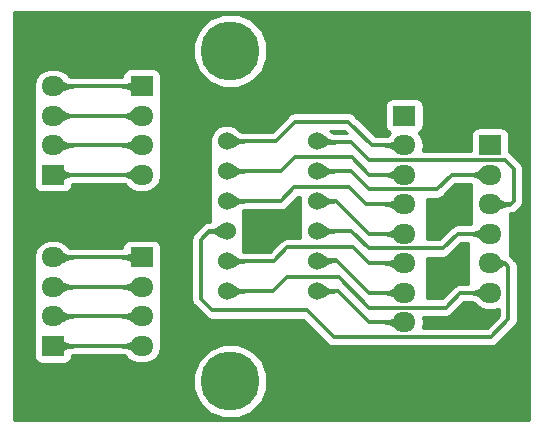
<source format=gbr>
G04 #@! TF.GenerationSoftware,KiCad,Pcbnew,(5.0.0-rc3)*
G04 #@! TF.CreationDate,2018-08-22T01:59:55-07:00*
G04 #@! TF.ProjectId,JIGU MATOME,4A494755204D41544F4D452E6B696361,rev?*
G04 #@! TF.SameCoordinates,Original*
G04 #@! TF.FileFunction,Copper,L1,Top,Signal*
G04 #@! TF.FilePolarity,Positive*
%FSLAX46Y46*%
G04 Gerber Fmt 4.6, Leading zero omitted, Abs format (unit mm)*
G04 Created by KiCad (PCBNEW (5.0.0-rc3)) date 08/22/18 01:59:55*
%MOMM*%
%LPD*%
G01*
G04 APERTURE LIST*
G04 #@! TA.AperFunction,ComponentPad*
%ADD10C,1.524000*%
G04 #@! TD*
G04 #@! TA.AperFunction,ComponentPad*
%ADD11O,1.950000X1.700000*%
G04 #@! TD*
G04 #@! TA.AperFunction,ComponentPad*
%ADD12R,1.950000X1.700000*%
G04 #@! TD*
G04 #@! TA.AperFunction,ViaPad*
%ADD13C,5.000000*%
G04 #@! TD*
G04 #@! TA.AperFunction,Conductor*
%ADD14C,0.300000*%
G04 #@! TD*
G04 #@! TA.AperFunction,NonConductor*
%ADD15C,0.254000*%
G04 #@! TD*
G04 #@! TA.AperFunction,Conductor*
%ADD16C,0.025400*%
G04 #@! TD*
G04 APERTURE END LIST*
D10*
G04 #@! TO.P,U1,12*
G04 #@! TO.N,Net-(J5-Pad8)*
X146060000Y-105350000D03*
G04 #@! TO.P,U1,11*
G04 #@! TO.N,Net-(J5-Pad7)*
X146060000Y-102810000D03*
G04 #@! TO.P,U1,10*
G04 #@! TO.N,Net-(J6-Pad4)*
X146060000Y-100270000D03*
G04 #@! TO.P,U1,9*
G04 #@! TO.N,Net-(J5-Pad5)*
X146060000Y-97730000D03*
G04 #@! TO.P,U1,8*
G04 #@! TO.N,Net-(J6-Pad2)*
X146060000Y-95190000D03*
G04 #@! TO.P,U1,7*
G04 #@! TO.N,Net-(J6-Pad3)*
X146060000Y-92650000D03*
G04 #@! TO.P,U1,6*
G04 #@! TO.N,Net-(J5-Pad2)*
X138440000Y-92650000D03*
G04 #@! TO.P,U1,5*
G04 #@! TO.N,Net-(J5-Pad3)*
X138440000Y-95190000D03*
G04 #@! TO.P,U1,4*
G04 #@! TO.N,Net-(J5-Pad4)*
X138440000Y-97730000D03*
G04 #@! TO.P,U1,3*
G04 #@! TO.N,Net-(J6-Pad5)*
X138440000Y-100270000D03*
G04 #@! TO.P,U1,2*
G04 #@! TO.N,Net-(J5-Pad6)*
X138440000Y-102810000D03*
G04 #@! TO.P,U1,1*
G04 #@! TO.N,Net-(J6-Pad6)*
X138440000Y-105350000D03*
G04 #@! TD*
D11*
G04 #@! TO.P,J1,4*
G04 #@! TO.N,Net-(J1-Pad4)*
X123750000Y-88000000D03*
G04 #@! TO.P,J1,3*
G04 #@! TO.N,Net-(J1-Pad3)*
X123750000Y-90500000D03*
G04 #@! TO.P,J1,2*
G04 #@! TO.N,Net-(J1-Pad2)*
X123750000Y-93000000D03*
D12*
G04 #@! TO.P,J1,1*
G04 #@! TO.N,Net-(J1-Pad1)*
X123750000Y-95500000D03*
G04 #@! TD*
D11*
G04 #@! TO.P,J2,4*
G04 #@! TO.N,Net-(J2-Pad4)*
X123750000Y-102500000D03*
G04 #@! TO.P,J2,3*
G04 #@! TO.N,Net-(J2-Pad3)*
X123750000Y-105000000D03*
G04 #@! TO.P,J2,2*
G04 #@! TO.N,Net-(J2-Pad2)*
X123750000Y-107500000D03*
D12*
G04 #@! TO.P,J2,1*
G04 #@! TO.N,Net-(J2-Pad1)*
X123750000Y-110000000D03*
G04 #@! TD*
G04 #@! TO.P,J3,1*
G04 #@! TO.N,Net-(J1-Pad4)*
X131250000Y-88000000D03*
D11*
G04 #@! TO.P,J3,2*
G04 #@! TO.N,Net-(J1-Pad3)*
X131250000Y-90500000D03*
G04 #@! TO.P,J3,3*
G04 #@! TO.N,Net-(J1-Pad2)*
X131250000Y-93000000D03*
G04 #@! TO.P,J3,4*
G04 #@! TO.N,Net-(J1-Pad1)*
X131250000Y-95500000D03*
G04 #@! TD*
D12*
G04 #@! TO.P,J4,1*
G04 #@! TO.N,Net-(J2-Pad4)*
X131250000Y-102500000D03*
D11*
G04 #@! TO.P,J4,2*
G04 #@! TO.N,Net-(J2-Pad3)*
X131250000Y-105000000D03*
G04 #@! TO.P,J4,3*
G04 #@! TO.N,Net-(J2-Pad2)*
X131250000Y-107500000D03*
G04 #@! TO.P,J4,4*
G04 #@! TO.N,Net-(J2-Pad1)*
X131250000Y-110000000D03*
G04 #@! TD*
D12*
G04 #@! TO.P,J5,1*
G04 #@! TO.N,N/C*
X153500000Y-90500000D03*
D11*
G04 #@! TO.P,J5,2*
G04 #@! TO.N,Net-(J5-Pad2)*
X153500000Y-93000000D03*
G04 #@! TO.P,J5,3*
G04 #@! TO.N,Net-(J5-Pad3)*
X153500000Y-95500000D03*
G04 #@! TO.P,J5,4*
G04 #@! TO.N,Net-(J5-Pad4)*
X153500000Y-98000000D03*
G04 #@! TO.P,J5,5*
G04 #@! TO.N,Net-(J5-Pad5)*
X153500000Y-100500000D03*
G04 #@! TO.P,J5,6*
G04 #@! TO.N,Net-(J5-Pad6)*
X153500000Y-103000000D03*
G04 #@! TO.P,J5,7*
G04 #@! TO.N,Net-(J5-Pad7)*
X153500000Y-105500000D03*
G04 #@! TO.P,J5,8*
G04 #@! TO.N,Net-(J5-Pad8)*
X153500000Y-108000000D03*
G04 #@! TD*
D12*
G04 #@! TO.P,J6,1*
G04 #@! TO.N,N/C*
X160750000Y-93000000D03*
D11*
G04 #@! TO.P,J6,2*
G04 #@! TO.N,Net-(J6-Pad2)*
X160750000Y-95500000D03*
G04 #@! TO.P,J6,3*
G04 #@! TO.N,Net-(J6-Pad3)*
X160750000Y-98000000D03*
G04 #@! TO.P,J6,4*
G04 #@! TO.N,Net-(J6-Pad4)*
X160750000Y-100500000D03*
G04 #@! TO.P,J6,5*
G04 #@! TO.N,Net-(J6-Pad5)*
X160750000Y-103000000D03*
G04 #@! TO.P,J6,6*
G04 #@! TO.N,Net-(J6-Pad6)*
X160750000Y-105500000D03*
G04 #@! TD*
D13*
G04 #@! TO.N,*
X138750000Y-113000000D03*
X138750000Y-85000000D03*
G04 #@! TD*
D14*
G04 #@! TO.N,Net-(J1-Pad4)*
X123750000Y-88000000D02*
X131250000Y-88000000D01*
G04 #@! TO.N,Net-(J1-Pad3)*
X131250000Y-90500000D02*
X123750000Y-90500000D01*
G04 #@! TO.N,Net-(J1-Pad2)*
X123750000Y-93000000D02*
X131250000Y-93000000D01*
G04 #@! TO.N,Net-(J1-Pad1)*
X131250000Y-95500000D02*
X123750000Y-95500000D01*
G04 #@! TO.N,Net-(J2-Pad4)*
X131250000Y-102500000D02*
X123750000Y-102500000D01*
G04 #@! TO.N,Net-(J2-Pad3)*
X131250000Y-105000000D02*
X123750000Y-105000000D01*
G04 #@! TO.N,Net-(J2-Pad2)*
X131250000Y-107500000D02*
X123750000Y-107500000D01*
G04 #@! TO.N,Net-(J2-Pad1)*
X131250000Y-110000000D02*
X123750000Y-110000000D01*
G04 #@! TO.N,Net-(J5-Pad2)*
X142600000Y-92650000D02*
X138440000Y-92650000D01*
X144250000Y-91000000D02*
X142600000Y-92650000D01*
X148750000Y-91000000D02*
X144250000Y-91000000D01*
X153500000Y-93000000D02*
X150750000Y-93000000D01*
X150750000Y-93000000D02*
X148750000Y-91000000D01*
G04 #@! TO.N,Net-(J5-Pad3)*
X150500000Y-95500000D02*
X153500000Y-95500000D01*
X149027999Y-94027999D02*
X150500000Y-95500000D01*
X144222001Y-94027999D02*
X149027999Y-94027999D01*
X138440000Y-95190000D02*
X143060000Y-95190000D01*
X143060000Y-95190000D02*
X144222001Y-94027999D01*
G04 #@! TO.N,Net-(J5-Pad4)*
X150250000Y-98000000D02*
X153500000Y-98000000D01*
X148817999Y-96567999D02*
X150250000Y-98000000D01*
X144182001Y-96567999D02*
X148817999Y-96567999D01*
X138440000Y-97730000D02*
X143020000Y-97730000D01*
X143020000Y-97730000D02*
X144182001Y-96567999D01*
G04 #@! TO.N,Net-(J5-Pad5)*
X150500000Y-100500000D02*
X153500000Y-100500000D01*
X146060000Y-97730000D02*
X147730000Y-97730000D01*
X147730000Y-97730000D02*
X150500000Y-100500000D01*
G04 #@! TO.N,Net-(J5-Pad6)*
X142440000Y-102810000D02*
X138440000Y-102810000D01*
X143602001Y-101647999D02*
X142440000Y-102810000D01*
X149147999Y-101647999D02*
X143602001Y-101647999D01*
X153500000Y-103000000D02*
X150500000Y-103000000D01*
X150500000Y-103000000D02*
X149147999Y-101647999D01*
G04 #@! TO.N,Net-(J5-Pad7)*
X150500000Y-105500000D02*
X153500000Y-105500000D01*
X147750000Y-102750000D02*
X150500000Y-105500000D01*
X146060000Y-102810000D02*
X146120000Y-102750000D01*
X146120000Y-102750000D02*
X147750000Y-102750000D01*
G04 #@! TO.N,Net-(J5-Pad8)*
X147850000Y-105350000D02*
X146060000Y-105350000D01*
X153500000Y-108000000D02*
X150500000Y-108000000D01*
X150500000Y-108000000D02*
X147850000Y-105350000D01*
G04 #@! TO.N,Net-(J6-Pad2)*
X148940000Y-95190000D02*
X146060000Y-95190000D01*
X160750000Y-95500000D02*
X157500000Y-95500000D01*
X150500000Y-96750000D02*
X148940000Y-95190000D01*
X156250000Y-96750000D02*
X150500000Y-96750000D01*
X157500000Y-95500000D02*
X156250000Y-96750000D01*
G04 #@! TO.N,Net-(J6-Pad3)*
X162500000Y-98000000D02*
X160750000Y-98000000D01*
X162750000Y-97750000D02*
X162500000Y-98000000D01*
X146160000Y-92750000D02*
X149000000Y-92750000D01*
X162000000Y-94250000D02*
X162750000Y-95000000D01*
X146060000Y-92650000D02*
X146160000Y-92750000D01*
X162750000Y-95000000D02*
X162750000Y-97750000D01*
X149000000Y-92750000D02*
X150500000Y-94250000D01*
X150500000Y-94250000D02*
X162000000Y-94250000D01*
G04 #@! TO.N,Net-(J6-Pad4)*
X156750000Y-101750000D02*
X158000000Y-100500000D01*
X150500000Y-101750000D02*
X156750000Y-101750000D01*
X158000000Y-100500000D02*
X160750000Y-100500000D01*
X146060000Y-100270000D02*
X149020000Y-100270000D01*
X149020000Y-100270000D02*
X150500000Y-101750000D01*
G04 #@! TO.N,Net-(J6-Pad5)*
X136250000Y-101000000D02*
X136980000Y-100270000D01*
X136250000Y-106000000D02*
X136250000Y-101000000D01*
X137250000Y-107000000D02*
X136250000Y-106000000D01*
X136980000Y-100270000D02*
X138440000Y-100270000D01*
X145250000Y-107000000D02*
X137250000Y-107000000D01*
X162000000Y-103000000D02*
X162300000Y-103300000D01*
X160750000Y-103000000D02*
X162000000Y-103000000D01*
X160799990Y-109250010D02*
X147500010Y-109250010D01*
X162300000Y-103300000D02*
X162300000Y-107750000D01*
X162300000Y-107750000D02*
X160799990Y-109250010D01*
X147500010Y-109250010D02*
X145250000Y-107000000D01*
G04 #@! TO.N,Net-(J6-Pad6)*
X142400000Y-105350000D02*
X138440000Y-105350000D01*
X158250000Y-105500000D02*
X157000000Y-106750000D01*
X160750000Y-105500000D02*
X158250000Y-105500000D01*
X157000000Y-106750000D02*
X150500000Y-106750000D01*
X150500000Y-106750000D02*
X147937999Y-104187999D01*
X147937999Y-104187999D02*
X143562001Y-104187999D01*
X143562001Y-104187999D02*
X142400000Y-105350000D01*
G04 #@! TD*
D15*
G36*
X164015001Y-116290000D02*
X120485000Y-116290000D01*
X120485000Y-112376410D01*
X135615000Y-112376410D01*
X135615000Y-113623590D01*
X136092276Y-114775835D01*
X136974165Y-115657724D01*
X138126410Y-116135000D01*
X139373590Y-116135000D01*
X140525835Y-115657724D01*
X141407724Y-114775835D01*
X141885000Y-113623590D01*
X141885000Y-112376410D01*
X141407724Y-111224165D01*
X140525835Y-110342276D01*
X139373590Y-109865000D01*
X138126410Y-109865000D01*
X136974165Y-110342276D01*
X136092276Y-111224165D01*
X135615000Y-112376410D01*
X120485000Y-112376410D01*
X120485000Y-102500000D01*
X122110908Y-102500000D01*
X122123000Y-102560791D01*
X122123000Y-104939209D01*
X122110908Y-105000000D01*
X122123000Y-105060791D01*
X122123000Y-107439209D01*
X122110908Y-107500000D01*
X122123000Y-107560791D01*
X122123000Y-109200000D01*
X122127288Y-109232723D01*
X122127560Y-109233276D01*
X122127560Y-110850000D01*
X122176843Y-111097765D01*
X122317191Y-111307809D01*
X122527235Y-111448157D01*
X122775000Y-111497440D01*
X124725000Y-111497440D01*
X124972765Y-111448157D01*
X125182809Y-111307809D01*
X125323157Y-111097765D01*
X125372440Y-110850000D01*
X125372440Y-110787748D01*
X125451031Y-110785000D01*
X129548969Y-110785000D01*
X129641897Y-110788249D01*
X129717499Y-110796453D01*
X129787205Y-110809506D01*
X129851877Y-110827083D01*
X129904370Y-110846127D01*
X130054375Y-111070625D01*
X130545582Y-111398839D01*
X130978744Y-111485000D01*
X131521256Y-111485000D01*
X131954418Y-111398839D01*
X132445625Y-111070625D01*
X132773839Y-110579418D01*
X132889092Y-110000000D01*
X132877000Y-109939209D01*
X132877000Y-107560791D01*
X132889092Y-107500000D01*
X132877000Y-107439209D01*
X132877000Y-105060791D01*
X132889092Y-105000000D01*
X132877000Y-104939209D01*
X132877000Y-103200000D01*
X132872440Y-103177075D01*
X132872440Y-101650000D01*
X132823157Y-101402235D01*
X132682809Y-101192191D01*
X132472765Y-101051843D01*
X132225000Y-101002560D01*
X130275000Y-101002560D01*
X130027235Y-101051843D01*
X129817191Y-101192191D01*
X129676843Y-101402235D01*
X129627560Y-101650000D01*
X129627560Y-101712251D01*
X129548961Y-101715000D01*
X125451039Y-101715000D01*
X125358104Y-101711750D01*
X125282497Y-101703546D01*
X125212796Y-101690494D01*
X125148122Y-101672916D01*
X125095629Y-101653872D01*
X124945625Y-101429375D01*
X124454418Y-101101161D01*
X124021256Y-101015000D01*
X123478744Y-101015000D01*
X123045582Y-101101161D01*
X122554375Y-101429375D01*
X122226161Y-101920582D01*
X122110908Y-102500000D01*
X120485000Y-102500000D01*
X120485000Y-101000000D01*
X135449622Y-101000000D01*
X135465001Y-101077317D01*
X135465000Y-105922688D01*
X135449622Y-106000000D01*
X135465000Y-106077312D01*
X135465000Y-106077315D01*
X135501140Y-106259003D01*
X135510546Y-106306291D01*
X135639979Y-106500000D01*
X135684047Y-106565953D01*
X135749592Y-106609749D01*
X136640251Y-107500408D01*
X136684047Y-107565953D01*
X136943708Y-107739454D01*
X137172684Y-107785000D01*
X137172688Y-107785000D01*
X137250000Y-107800378D01*
X137327312Y-107785000D01*
X144924843Y-107785000D01*
X146890261Y-109750418D01*
X146934057Y-109815963D01*
X147193718Y-109989464D01*
X147422694Y-110035010D01*
X147422698Y-110035010D01*
X147500010Y-110050388D01*
X147577322Y-110035010D01*
X160722678Y-110035010D01*
X160799990Y-110050388D01*
X160877302Y-110035010D01*
X160877306Y-110035010D01*
X161106282Y-109989464D01*
X161365943Y-109815963D01*
X161409739Y-109750418D01*
X162800411Y-108359747D01*
X162865953Y-108315953D01*
X162909747Y-108250411D01*
X162909749Y-108250409D01*
X162994711Y-108123254D01*
X163039454Y-108056292D01*
X163085000Y-107827316D01*
X163085000Y-107827312D01*
X163100378Y-107750001D01*
X163085000Y-107672690D01*
X163085000Y-103377311D01*
X163100378Y-103299999D01*
X163085000Y-103222685D01*
X163085000Y-103222684D01*
X163039454Y-102993708D01*
X162865953Y-102734047D01*
X162800408Y-102690251D01*
X162609748Y-102499591D01*
X162565953Y-102434047D01*
X162427000Y-102341201D01*
X162427000Y-98785858D01*
X162500000Y-98800378D01*
X162577312Y-98785000D01*
X162577316Y-98785000D01*
X162806292Y-98739454D01*
X163065953Y-98565953D01*
X163109749Y-98500408D01*
X163250408Y-98359749D01*
X163315953Y-98315953D01*
X163489454Y-98056292D01*
X163535000Y-97827316D01*
X163535000Y-97827312D01*
X163550378Y-97750001D01*
X163535000Y-97672690D01*
X163535000Y-95077310D01*
X163550378Y-94999999D01*
X163535000Y-94922688D01*
X163535000Y-94922684D01*
X163489454Y-94693708D01*
X163397634Y-94556291D01*
X163359749Y-94499591D01*
X163359747Y-94499589D01*
X163315953Y-94434047D01*
X163250411Y-94390253D01*
X162609748Y-93749591D01*
X162565953Y-93684047D01*
X162372440Y-93554745D01*
X162372440Y-92150000D01*
X162360000Y-92087459D01*
X162360000Y-92023691D01*
X162335597Y-91964778D01*
X162323157Y-91902235D01*
X162287729Y-91849214D01*
X162263327Y-91790302D01*
X162218236Y-91745211D01*
X162182809Y-91692191D01*
X162129791Y-91656765D01*
X162084699Y-91611673D01*
X162025785Y-91587270D01*
X161972765Y-91551843D01*
X161910224Y-91539403D01*
X161851310Y-91515000D01*
X161787541Y-91515000D01*
X161725000Y-91502560D01*
X159775000Y-91502560D01*
X159712459Y-91515000D01*
X159648690Y-91515000D01*
X159589776Y-91539403D01*
X159527235Y-91551843D01*
X159474215Y-91587270D01*
X159415301Y-91611673D01*
X159370209Y-91656765D01*
X159317191Y-91692191D01*
X159281764Y-91745211D01*
X159236673Y-91790302D01*
X159212271Y-91849214D01*
X159176843Y-91902235D01*
X159164403Y-91964778D01*
X159140000Y-92023691D01*
X159140000Y-92087459D01*
X159127560Y-92150000D01*
X159127560Y-93465000D01*
X155046598Y-93465000D01*
X155139092Y-93000000D01*
X155023839Y-92420582D01*
X154709886Y-91950719D01*
X154722765Y-91948157D01*
X154775785Y-91912730D01*
X154834699Y-91888327D01*
X154879791Y-91843235D01*
X154932809Y-91807809D01*
X154968236Y-91754789D01*
X155013327Y-91709698D01*
X155037729Y-91650786D01*
X155073157Y-91597765D01*
X155085597Y-91535222D01*
X155110000Y-91476309D01*
X155110000Y-91412541D01*
X155122440Y-91350000D01*
X155122440Y-89650000D01*
X155110000Y-89587459D01*
X155110000Y-89523691D01*
X155085597Y-89464778D01*
X155073157Y-89402235D01*
X155037729Y-89349214D01*
X155013327Y-89290302D01*
X154968236Y-89245211D01*
X154932809Y-89192191D01*
X154879791Y-89156765D01*
X154834699Y-89111673D01*
X154775785Y-89087270D01*
X154722765Y-89051843D01*
X154660224Y-89039403D01*
X154601310Y-89015000D01*
X154537541Y-89015000D01*
X154475000Y-89002560D01*
X152525000Y-89002560D01*
X152462459Y-89015000D01*
X152398690Y-89015000D01*
X152339776Y-89039403D01*
X152277235Y-89051843D01*
X152224215Y-89087270D01*
X152165301Y-89111673D01*
X152120209Y-89156765D01*
X152067191Y-89192191D01*
X152031764Y-89245211D01*
X151986673Y-89290302D01*
X151962271Y-89349214D01*
X151926843Y-89402235D01*
X151914403Y-89464778D01*
X151890000Y-89523691D01*
X151890000Y-89587459D01*
X151877560Y-89650000D01*
X151877560Y-91350000D01*
X151890000Y-91412541D01*
X151890000Y-91476309D01*
X151914403Y-91535222D01*
X151926843Y-91597765D01*
X151962271Y-91650786D01*
X151986673Y-91709698D01*
X152031764Y-91754789D01*
X152067191Y-91807809D01*
X152120209Y-91843235D01*
X152165301Y-91888327D01*
X152224215Y-91912730D01*
X152277235Y-91948157D01*
X152290114Y-91950719D01*
X152154371Y-92153871D01*
X152101877Y-92172916D01*
X152037205Y-92190493D01*
X151967499Y-92203546D01*
X151891896Y-92211750D01*
X151798961Y-92215000D01*
X151075158Y-92215000D01*
X149359749Y-90499592D01*
X149315953Y-90434047D01*
X149056292Y-90260546D01*
X148827316Y-90215000D01*
X148827312Y-90215000D01*
X148750000Y-90199622D01*
X148672688Y-90215000D01*
X144327310Y-90215000D01*
X144249999Y-90199622D01*
X144172688Y-90215000D01*
X144172684Y-90215000D01*
X143943708Y-90260546D01*
X143943706Y-90260547D01*
X143943707Y-90260547D01*
X143749591Y-90390251D01*
X143749589Y-90390253D01*
X143684047Y-90434047D01*
X143640253Y-90499589D01*
X142274843Y-91865000D01*
X139928574Y-91865000D01*
X139853199Y-91862365D01*
X139794537Y-91856003D01*
X139741232Y-91846025D01*
X139692372Y-91832751D01*
X139646961Y-91816282D01*
X139603925Y-91796449D01*
X139562233Y-91772803D01*
X139521012Y-91744664D01*
X139479652Y-91711224D01*
X139428019Y-91662362D01*
X139231337Y-91465680D01*
X138717881Y-91253000D01*
X138162119Y-91253000D01*
X137648663Y-91465680D01*
X137255680Y-91858663D01*
X137043000Y-92372119D01*
X137043000Y-92927881D01*
X137068952Y-92990535D01*
X137056006Y-94880720D01*
X137043000Y-94912119D01*
X137043000Y-95467881D01*
X137051838Y-95489218D01*
X137024514Y-99478476D01*
X136980000Y-99469622D01*
X136902688Y-99485000D01*
X136902684Y-99485000D01*
X136673708Y-99530546D01*
X136479591Y-99660251D01*
X136479589Y-99660253D01*
X136414047Y-99704047D01*
X136370253Y-99769589D01*
X135749590Y-100390253D01*
X135684048Y-100434047D01*
X135640254Y-100499589D01*
X135640251Y-100499592D01*
X135510546Y-100693709D01*
X135449622Y-101000000D01*
X120485000Y-101000000D01*
X120485000Y-88000000D01*
X122110908Y-88000000D01*
X122123000Y-88060791D01*
X122123000Y-90439209D01*
X122110908Y-90500000D01*
X122123000Y-90560791D01*
X122123000Y-92939209D01*
X122110908Y-93000000D01*
X122123000Y-93060791D01*
X122123000Y-94500000D01*
X122132667Y-94548601D01*
X122144274Y-94565972D01*
X122127560Y-94650000D01*
X122127560Y-96350000D01*
X122176843Y-96597765D01*
X122317191Y-96807809D01*
X122527235Y-96948157D01*
X122775000Y-96997440D01*
X124725000Y-96997440D01*
X124972765Y-96948157D01*
X125182809Y-96807809D01*
X125323157Y-96597765D01*
X125372440Y-96350000D01*
X125372440Y-96287748D01*
X125451031Y-96285000D01*
X129548969Y-96285000D01*
X129641897Y-96288249D01*
X129717499Y-96296453D01*
X129787205Y-96309506D01*
X129851877Y-96327083D01*
X129904370Y-96346127D01*
X130054375Y-96570625D01*
X130545582Y-96898839D01*
X130978744Y-96985000D01*
X131521256Y-96985000D01*
X131954418Y-96898839D01*
X132445625Y-96570625D01*
X132773839Y-96079418D01*
X132889092Y-95500000D01*
X132877000Y-95439209D01*
X132877000Y-93060791D01*
X132889092Y-93000000D01*
X132877000Y-92939209D01*
X132877000Y-90560791D01*
X132889092Y-90500000D01*
X132877000Y-90439209D01*
X132877000Y-88800000D01*
X132872440Y-88777075D01*
X132872440Y-87150000D01*
X132823157Y-86902235D01*
X132682809Y-86692191D01*
X132472765Y-86551843D01*
X132225000Y-86502560D01*
X130275000Y-86502560D01*
X130027235Y-86551843D01*
X129817191Y-86692191D01*
X129676843Y-86902235D01*
X129627560Y-87150000D01*
X129627560Y-87212251D01*
X129548961Y-87215000D01*
X125451039Y-87215000D01*
X125358104Y-87211750D01*
X125282497Y-87203546D01*
X125212796Y-87190494D01*
X125148122Y-87172916D01*
X125095629Y-87153872D01*
X124945625Y-86929375D01*
X124454418Y-86601161D01*
X124021256Y-86515000D01*
X123478744Y-86515000D01*
X123045582Y-86601161D01*
X122554375Y-86929375D01*
X122226161Y-87420582D01*
X122110908Y-88000000D01*
X120485000Y-88000000D01*
X120485000Y-84376410D01*
X135615000Y-84376410D01*
X135615000Y-85623590D01*
X136092276Y-86775835D01*
X136974165Y-87657724D01*
X138126410Y-88135000D01*
X139373590Y-88135000D01*
X140525835Y-87657724D01*
X141407724Y-86775835D01*
X141885000Y-85623590D01*
X141885000Y-84376410D01*
X141407724Y-83224165D01*
X140525835Y-82342276D01*
X139373590Y-81865000D01*
X138126410Y-81865000D01*
X136974165Y-82342276D01*
X136092276Y-83224165D01*
X135615000Y-84376410D01*
X120485000Y-84376410D01*
X120485000Y-81735000D01*
X164015000Y-81735000D01*
X164015001Y-116290000D01*
X164015001Y-116290000D01*
G37*
X164015001Y-116290000D02*
X120485000Y-116290000D01*
X120485000Y-112376410D01*
X135615000Y-112376410D01*
X135615000Y-113623590D01*
X136092276Y-114775835D01*
X136974165Y-115657724D01*
X138126410Y-116135000D01*
X139373590Y-116135000D01*
X140525835Y-115657724D01*
X141407724Y-114775835D01*
X141885000Y-113623590D01*
X141885000Y-112376410D01*
X141407724Y-111224165D01*
X140525835Y-110342276D01*
X139373590Y-109865000D01*
X138126410Y-109865000D01*
X136974165Y-110342276D01*
X136092276Y-111224165D01*
X135615000Y-112376410D01*
X120485000Y-112376410D01*
X120485000Y-102500000D01*
X122110908Y-102500000D01*
X122123000Y-102560791D01*
X122123000Y-104939209D01*
X122110908Y-105000000D01*
X122123000Y-105060791D01*
X122123000Y-107439209D01*
X122110908Y-107500000D01*
X122123000Y-107560791D01*
X122123000Y-109200000D01*
X122127288Y-109232723D01*
X122127560Y-109233276D01*
X122127560Y-110850000D01*
X122176843Y-111097765D01*
X122317191Y-111307809D01*
X122527235Y-111448157D01*
X122775000Y-111497440D01*
X124725000Y-111497440D01*
X124972765Y-111448157D01*
X125182809Y-111307809D01*
X125323157Y-111097765D01*
X125372440Y-110850000D01*
X125372440Y-110787748D01*
X125451031Y-110785000D01*
X129548969Y-110785000D01*
X129641897Y-110788249D01*
X129717499Y-110796453D01*
X129787205Y-110809506D01*
X129851877Y-110827083D01*
X129904370Y-110846127D01*
X130054375Y-111070625D01*
X130545582Y-111398839D01*
X130978744Y-111485000D01*
X131521256Y-111485000D01*
X131954418Y-111398839D01*
X132445625Y-111070625D01*
X132773839Y-110579418D01*
X132889092Y-110000000D01*
X132877000Y-109939209D01*
X132877000Y-107560791D01*
X132889092Y-107500000D01*
X132877000Y-107439209D01*
X132877000Y-105060791D01*
X132889092Y-105000000D01*
X132877000Y-104939209D01*
X132877000Y-103200000D01*
X132872440Y-103177075D01*
X132872440Y-101650000D01*
X132823157Y-101402235D01*
X132682809Y-101192191D01*
X132472765Y-101051843D01*
X132225000Y-101002560D01*
X130275000Y-101002560D01*
X130027235Y-101051843D01*
X129817191Y-101192191D01*
X129676843Y-101402235D01*
X129627560Y-101650000D01*
X129627560Y-101712251D01*
X129548961Y-101715000D01*
X125451039Y-101715000D01*
X125358104Y-101711750D01*
X125282497Y-101703546D01*
X125212796Y-101690494D01*
X125148122Y-101672916D01*
X125095629Y-101653872D01*
X124945625Y-101429375D01*
X124454418Y-101101161D01*
X124021256Y-101015000D01*
X123478744Y-101015000D01*
X123045582Y-101101161D01*
X122554375Y-101429375D01*
X122226161Y-101920582D01*
X122110908Y-102500000D01*
X120485000Y-102500000D01*
X120485000Y-101000000D01*
X135449622Y-101000000D01*
X135465001Y-101077317D01*
X135465000Y-105922688D01*
X135449622Y-106000000D01*
X135465000Y-106077312D01*
X135465000Y-106077315D01*
X135501140Y-106259003D01*
X135510546Y-106306291D01*
X135639979Y-106500000D01*
X135684047Y-106565953D01*
X135749592Y-106609749D01*
X136640251Y-107500408D01*
X136684047Y-107565953D01*
X136943708Y-107739454D01*
X137172684Y-107785000D01*
X137172688Y-107785000D01*
X137250000Y-107800378D01*
X137327312Y-107785000D01*
X144924843Y-107785000D01*
X146890261Y-109750418D01*
X146934057Y-109815963D01*
X147193718Y-109989464D01*
X147422694Y-110035010D01*
X147422698Y-110035010D01*
X147500010Y-110050388D01*
X147577322Y-110035010D01*
X160722678Y-110035010D01*
X160799990Y-110050388D01*
X160877302Y-110035010D01*
X160877306Y-110035010D01*
X161106282Y-109989464D01*
X161365943Y-109815963D01*
X161409739Y-109750418D01*
X162800411Y-108359747D01*
X162865953Y-108315953D01*
X162909747Y-108250411D01*
X162909749Y-108250409D01*
X162994711Y-108123254D01*
X163039454Y-108056292D01*
X163085000Y-107827316D01*
X163085000Y-107827312D01*
X163100378Y-107750001D01*
X163085000Y-107672690D01*
X163085000Y-103377311D01*
X163100378Y-103299999D01*
X163085000Y-103222685D01*
X163085000Y-103222684D01*
X163039454Y-102993708D01*
X162865953Y-102734047D01*
X162800408Y-102690251D01*
X162609748Y-102499591D01*
X162565953Y-102434047D01*
X162427000Y-102341201D01*
X162427000Y-98785858D01*
X162500000Y-98800378D01*
X162577312Y-98785000D01*
X162577316Y-98785000D01*
X162806292Y-98739454D01*
X163065953Y-98565953D01*
X163109749Y-98500408D01*
X163250408Y-98359749D01*
X163315953Y-98315953D01*
X163489454Y-98056292D01*
X163535000Y-97827316D01*
X163535000Y-97827312D01*
X163550378Y-97750001D01*
X163535000Y-97672690D01*
X163535000Y-95077310D01*
X163550378Y-94999999D01*
X163535000Y-94922688D01*
X163535000Y-94922684D01*
X163489454Y-94693708D01*
X163397634Y-94556291D01*
X163359749Y-94499591D01*
X163359747Y-94499589D01*
X163315953Y-94434047D01*
X163250411Y-94390253D01*
X162609748Y-93749591D01*
X162565953Y-93684047D01*
X162372440Y-93554745D01*
X162372440Y-92150000D01*
X162360000Y-92087459D01*
X162360000Y-92023691D01*
X162335597Y-91964778D01*
X162323157Y-91902235D01*
X162287729Y-91849214D01*
X162263327Y-91790302D01*
X162218236Y-91745211D01*
X162182809Y-91692191D01*
X162129791Y-91656765D01*
X162084699Y-91611673D01*
X162025785Y-91587270D01*
X161972765Y-91551843D01*
X161910224Y-91539403D01*
X161851310Y-91515000D01*
X161787541Y-91515000D01*
X161725000Y-91502560D01*
X159775000Y-91502560D01*
X159712459Y-91515000D01*
X159648690Y-91515000D01*
X159589776Y-91539403D01*
X159527235Y-91551843D01*
X159474215Y-91587270D01*
X159415301Y-91611673D01*
X159370209Y-91656765D01*
X159317191Y-91692191D01*
X159281764Y-91745211D01*
X159236673Y-91790302D01*
X159212271Y-91849214D01*
X159176843Y-91902235D01*
X159164403Y-91964778D01*
X159140000Y-92023691D01*
X159140000Y-92087459D01*
X159127560Y-92150000D01*
X159127560Y-93465000D01*
X155046598Y-93465000D01*
X155139092Y-93000000D01*
X155023839Y-92420582D01*
X154709886Y-91950719D01*
X154722765Y-91948157D01*
X154775785Y-91912730D01*
X154834699Y-91888327D01*
X154879791Y-91843235D01*
X154932809Y-91807809D01*
X154968236Y-91754789D01*
X155013327Y-91709698D01*
X155037729Y-91650786D01*
X155073157Y-91597765D01*
X155085597Y-91535222D01*
X155110000Y-91476309D01*
X155110000Y-91412541D01*
X155122440Y-91350000D01*
X155122440Y-89650000D01*
X155110000Y-89587459D01*
X155110000Y-89523691D01*
X155085597Y-89464778D01*
X155073157Y-89402235D01*
X155037729Y-89349214D01*
X155013327Y-89290302D01*
X154968236Y-89245211D01*
X154932809Y-89192191D01*
X154879791Y-89156765D01*
X154834699Y-89111673D01*
X154775785Y-89087270D01*
X154722765Y-89051843D01*
X154660224Y-89039403D01*
X154601310Y-89015000D01*
X154537541Y-89015000D01*
X154475000Y-89002560D01*
X152525000Y-89002560D01*
X152462459Y-89015000D01*
X152398690Y-89015000D01*
X152339776Y-89039403D01*
X152277235Y-89051843D01*
X152224215Y-89087270D01*
X152165301Y-89111673D01*
X152120209Y-89156765D01*
X152067191Y-89192191D01*
X152031764Y-89245211D01*
X151986673Y-89290302D01*
X151962271Y-89349214D01*
X151926843Y-89402235D01*
X151914403Y-89464778D01*
X151890000Y-89523691D01*
X151890000Y-89587459D01*
X151877560Y-89650000D01*
X151877560Y-91350000D01*
X151890000Y-91412541D01*
X151890000Y-91476309D01*
X151914403Y-91535222D01*
X151926843Y-91597765D01*
X151962271Y-91650786D01*
X151986673Y-91709698D01*
X152031764Y-91754789D01*
X152067191Y-91807809D01*
X152120209Y-91843235D01*
X152165301Y-91888327D01*
X152224215Y-91912730D01*
X152277235Y-91948157D01*
X152290114Y-91950719D01*
X152154371Y-92153871D01*
X152101877Y-92172916D01*
X152037205Y-92190493D01*
X151967499Y-92203546D01*
X151891896Y-92211750D01*
X151798961Y-92215000D01*
X151075158Y-92215000D01*
X149359749Y-90499592D01*
X149315953Y-90434047D01*
X149056292Y-90260546D01*
X148827316Y-90215000D01*
X148827312Y-90215000D01*
X148750000Y-90199622D01*
X148672688Y-90215000D01*
X144327310Y-90215000D01*
X144249999Y-90199622D01*
X144172688Y-90215000D01*
X144172684Y-90215000D01*
X143943708Y-90260546D01*
X143943706Y-90260547D01*
X143943707Y-90260547D01*
X143749591Y-90390251D01*
X143749589Y-90390253D01*
X143684047Y-90434047D01*
X143640253Y-90499589D01*
X142274843Y-91865000D01*
X139928574Y-91865000D01*
X139853199Y-91862365D01*
X139794537Y-91856003D01*
X139741232Y-91846025D01*
X139692372Y-91832751D01*
X139646961Y-91816282D01*
X139603925Y-91796449D01*
X139562233Y-91772803D01*
X139521012Y-91744664D01*
X139479652Y-91711224D01*
X139428019Y-91662362D01*
X139231337Y-91465680D01*
X138717881Y-91253000D01*
X138162119Y-91253000D01*
X137648663Y-91465680D01*
X137255680Y-91858663D01*
X137043000Y-92372119D01*
X137043000Y-92927881D01*
X137068952Y-92990535D01*
X137056006Y-94880720D01*
X137043000Y-94912119D01*
X137043000Y-95467881D01*
X137051838Y-95489218D01*
X137024514Y-99478476D01*
X136980000Y-99469622D01*
X136902688Y-99485000D01*
X136902684Y-99485000D01*
X136673708Y-99530546D01*
X136479591Y-99660251D01*
X136479589Y-99660253D01*
X136414047Y-99704047D01*
X136370253Y-99769589D01*
X135749590Y-100390253D01*
X135684048Y-100434047D01*
X135640254Y-100499589D01*
X135640251Y-100499592D01*
X135510546Y-100693709D01*
X135449622Y-101000000D01*
X120485000Y-101000000D01*
X120485000Y-88000000D01*
X122110908Y-88000000D01*
X122123000Y-88060791D01*
X122123000Y-90439209D01*
X122110908Y-90500000D01*
X122123000Y-90560791D01*
X122123000Y-92939209D01*
X122110908Y-93000000D01*
X122123000Y-93060791D01*
X122123000Y-94500000D01*
X122132667Y-94548601D01*
X122144274Y-94565972D01*
X122127560Y-94650000D01*
X122127560Y-96350000D01*
X122176843Y-96597765D01*
X122317191Y-96807809D01*
X122527235Y-96948157D01*
X122775000Y-96997440D01*
X124725000Y-96997440D01*
X124972765Y-96948157D01*
X125182809Y-96807809D01*
X125323157Y-96597765D01*
X125372440Y-96350000D01*
X125372440Y-96287748D01*
X125451031Y-96285000D01*
X129548969Y-96285000D01*
X129641897Y-96288249D01*
X129717499Y-96296453D01*
X129787205Y-96309506D01*
X129851877Y-96327083D01*
X129904370Y-96346127D01*
X130054375Y-96570625D01*
X130545582Y-96898839D01*
X130978744Y-96985000D01*
X131521256Y-96985000D01*
X131954418Y-96898839D01*
X132445625Y-96570625D01*
X132773839Y-96079418D01*
X132889092Y-95500000D01*
X132877000Y-95439209D01*
X132877000Y-93060791D01*
X132889092Y-93000000D01*
X132877000Y-92939209D01*
X132877000Y-90560791D01*
X132889092Y-90500000D01*
X132877000Y-90439209D01*
X132877000Y-88800000D01*
X132872440Y-88777075D01*
X132872440Y-87150000D01*
X132823157Y-86902235D01*
X132682809Y-86692191D01*
X132472765Y-86551843D01*
X132225000Y-86502560D01*
X130275000Y-86502560D01*
X130027235Y-86551843D01*
X129817191Y-86692191D01*
X129676843Y-86902235D01*
X129627560Y-87150000D01*
X129627560Y-87212251D01*
X129548961Y-87215000D01*
X125451039Y-87215000D01*
X125358104Y-87211750D01*
X125282497Y-87203546D01*
X125212796Y-87190494D01*
X125148122Y-87172916D01*
X125095629Y-87153872D01*
X124945625Y-86929375D01*
X124454418Y-86601161D01*
X124021256Y-86515000D01*
X123478744Y-86515000D01*
X123045582Y-86601161D01*
X122554375Y-86929375D01*
X122226161Y-87420582D01*
X122110908Y-88000000D01*
X120485000Y-88000000D01*
X120485000Y-84376410D01*
X135615000Y-84376410D01*
X135615000Y-85623590D01*
X136092276Y-86775835D01*
X136974165Y-87657724D01*
X138126410Y-88135000D01*
X139373590Y-88135000D01*
X140525835Y-87657724D01*
X141407724Y-86775835D01*
X141885000Y-85623590D01*
X141885000Y-84376410D01*
X141407724Y-83224165D01*
X140525835Y-82342276D01*
X139373590Y-81865000D01*
X138126410Y-81865000D01*
X136974165Y-82342276D01*
X136092276Y-83224165D01*
X135615000Y-84376410D01*
X120485000Y-84376410D01*
X120485000Y-81735000D01*
X164015000Y-81735000D01*
X164015001Y-116290000D01*
G36*
X159141897Y-106288249D02*
X159217499Y-106296453D01*
X159287205Y-106309506D01*
X159351877Y-106327083D01*
X159404370Y-106346127D01*
X159554375Y-106570625D01*
X160045582Y-106898839D01*
X160478744Y-106985000D01*
X161021256Y-106985000D01*
X161454418Y-106898839D01*
X161515001Y-106858359D01*
X161515001Y-107424841D01*
X160474833Y-108465010D01*
X155046596Y-108465010D01*
X155139092Y-108000000D01*
X155046598Y-107535000D01*
X156922688Y-107535000D01*
X157000000Y-107550378D01*
X157077312Y-107535000D01*
X157077316Y-107535000D01*
X157306292Y-107489454D01*
X157565953Y-107315953D01*
X157609749Y-107250408D01*
X158575158Y-106285000D01*
X159048969Y-106285000D01*
X159141897Y-106288249D01*
X159141897Y-106288249D01*
G37*
X159141897Y-106288249D02*
X159217499Y-106296453D01*
X159287205Y-106309506D01*
X159351877Y-106327083D01*
X159404370Y-106346127D01*
X159554375Y-106570625D01*
X160045582Y-106898839D01*
X160478744Y-106985000D01*
X161021256Y-106985000D01*
X161454418Y-106898839D01*
X161515001Y-106858359D01*
X161515001Y-107424841D01*
X160474833Y-108465010D01*
X155046596Y-108465010D01*
X155139092Y-108000000D01*
X155046598Y-107535000D01*
X156922688Y-107535000D01*
X157000000Y-107550378D01*
X157077312Y-107535000D01*
X157077316Y-107535000D01*
X157306292Y-107489454D01*
X157565953Y-107315953D01*
X157609749Y-107250408D01*
X158575158Y-106285000D01*
X159048969Y-106285000D01*
X159141897Y-106288249D01*
G36*
X158873000Y-104715000D02*
X158327312Y-104715000D01*
X158250000Y-104699622D01*
X158172688Y-104715000D01*
X158172684Y-104715000D01*
X157943708Y-104760546D01*
X157749591Y-104890251D01*
X157749589Y-104890253D01*
X157684047Y-104934047D01*
X157640253Y-104999589D01*
X156674843Y-105965000D01*
X155377000Y-105965000D01*
X155377000Y-102535000D01*
X156672688Y-102535000D01*
X156750000Y-102550378D01*
X156827312Y-102535000D01*
X156827316Y-102535000D01*
X157056292Y-102489454D01*
X157315953Y-102315953D01*
X157359749Y-102250408D01*
X158325158Y-101285000D01*
X158873000Y-101285000D01*
X158873000Y-104715000D01*
X158873000Y-104715000D01*
G37*
X158873000Y-104715000D02*
X158327312Y-104715000D01*
X158250000Y-104699622D01*
X158172688Y-104715000D01*
X158172684Y-104715000D01*
X157943708Y-104760546D01*
X157749591Y-104890251D01*
X157749589Y-104890253D01*
X157684047Y-104934047D01*
X157640253Y-104999589D01*
X156674843Y-105965000D01*
X155377000Y-105965000D01*
X155377000Y-102535000D01*
X156672688Y-102535000D01*
X156750000Y-102550378D01*
X156827312Y-102535000D01*
X156827316Y-102535000D01*
X157056292Y-102489454D01*
X157315953Y-102315953D01*
X157359749Y-102250408D01*
X158325158Y-101285000D01*
X158873000Y-101285000D01*
X158873000Y-104715000D01*
G36*
X144623000Y-100862999D02*
X143679313Y-100862999D01*
X143602001Y-100847621D01*
X143524689Y-100862999D01*
X143524685Y-100862999D01*
X143295709Y-100908545D01*
X143036048Y-101082046D01*
X142992252Y-101147591D01*
X142114843Y-102025000D01*
X139928574Y-102025000D01*
X139877000Y-102023197D01*
X139877000Y-98516803D01*
X139928574Y-98515000D01*
X142942688Y-98515000D01*
X143020000Y-98530378D01*
X143097312Y-98515000D01*
X143097316Y-98515000D01*
X143326292Y-98469454D01*
X143585953Y-98295953D01*
X143629749Y-98230408D01*
X144507158Y-97352999D01*
X144623000Y-97352999D01*
X144623000Y-100862999D01*
X144623000Y-100862999D01*
G37*
X144623000Y-100862999D02*
X143679313Y-100862999D01*
X143602001Y-100847621D01*
X143524689Y-100862999D01*
X143524685Y-100862999D01*
X143295709Y-100908545D01*
X143036048Y-101082046D01*
X142992252Y-101147591D01*
X142114843Y-102025000D01*
X139928574Y-102025000D01*
X139877000Y-102023197D01*
X139877000Y-98516803D01*
X139928574Y-98515000D01*
X142942688Y-98515000D01*
X143020000Y-98530378D01*
X143097312Y-98515000D01*
X143097316Y-98515000D01*
X143326292Y-98469454D01*
X143585953Y-98295953D01*
X143629749Y-98230408D01*
X144507158Y-97352999D01*
X144623000Y-97352999D01*
X144623000Y-100862999D01*
G36*
X159123000Y-96287588D02*
X159123000Y-97939209D01*
X159110908Y-98000000D01*
X159123000Y-98060791D01*
X159123000Y-99712411D01*
X159048961Y-99715000D01*
X158077312Y-99715000D01*
X158000000Y-99699622D01*
X157922688Y-99715000D01*
X157922684Y-99715000D01*
X157746727Y-99750000D01*
X157693708Y-99760546D01*
X157499591Y-99890251D01*
X157499589Y-99890253D01*
X157434047Y-99934047D01*
X157390253Y-99999589D01*
X156424843Y-100965000D01*
X155377000Y-100965000D01*
X155377000Y-97535000D01*
X156172688Y-97535000D01*
X156250000Y-97550378D01*
X156327312Y-97535000D01*
X156327316Y-97535000D01*
X156556292Y-97489454D01*
X156815953Y-97315953D01*
X156859749Y-97250408D01*
X157825158Y-96285000D01*
X159048969Y-96285000D01*
X159123000Y-96287588D01*
X159123000Y-96287588D01*
G37*
X159123000Y-96287588D02*
X159123000Y-97939209D01*
X159110908Y-98000000D01*
X159123000Y-98060791D01*
X159123000Y-99712411D01*
X159048961Y-99715000D01*
X158077312Y-99715000D01*
X158000000Y-99699622D01*
X157922688Y-99715000D01*
X157922684Y-99715000D01*
X157746727Y-99750000D01*
X157693708Y-99760546D01*
X157499591Y-99890251D01*
X157499589Y-99890253D01*
X157434047Y-99934047D01*
X157390253Y-99999589D01*
X156424843Y-100965000D01*
X155377000Y-100965000D01*
X155377000Y-97535000D01*
X156172688Y-97535000D01*
X156250000Y-97550378D01*
X156327312Y-97535000D01*
X156327316Y-97535000D01*
X156556292Y-97489454D01*
X156815953Y-97315953D01*
X156859749Y-97250408D01*
X157825158Y-96285000D01*
X159048969Y-96285000D01*
X159123000Y-96287588D01*
G36*
X148604843Y-91965000D02*
X147693388Y-91965000D01*
X147636023Y-91954821D01*
X147546229Y-91934022D01*
X147463818Y-91910039D01*
X147388470Y-91883186D01*
X147319852Y-91853769D01*
X147257479Y-91822014D01*
X147200772Y-91788041D01*
X147196430Y-91785000D01*
X148424843Y-91785000D01*
X148604843Y-91965000D01*
X148604843Y-91965000D01*
G37*
X148604843Y-91965000D02*
X147693388Y-91965000D01*
X147636023Y-91954821D01*
X147546229Y-91934022D01*
X147463818Y-91910039D01*
X147388470Y-91883186D01*
X147319852Y-91853769D01*
X147257479Y-91822014D01*
X147200772Y-91788041D01*
X147196430Y-91785000D01*
X148424843Y-91785000D01*
X148604843Y-91965000D01*
D16*
G04 #@! TO.N,Net-(J1-Pad4)*
G36*
X124437634Y-87498774D02*
X124438378Y-87499425D01*
X124531932Y-87575075D01*
X124532756Y-87575688D01*
X124630521Y-87642438D01*
X124631415Y-87642996D01*
X124733390Y-87700846D01*
X124734340Y-87701334D01*
X124840527Y-87750284D01*
X124841513Y-87750689D01*
X124951910Y-87790739D01*
X124952910Y-87791055D01*
X125067518Y-87822205D01*
X125068511Y-87822433D01*
X125187331Y-87844683D01*
X125188299Y-87844826D01*
X125311329Y-87858176D01*
X125312255Y-87858242D01*
X125427240Y-87862263D01*
X125427240Y-88137737D01*
X125312255Y-88141757D01*
X125311329Y-88141823D01*
X125188299Y-88155173D01*
X125187331Y-88155316D01*
X125068511Y-88177566D01*
X125067518Y-88177794D01*
X124952910Y-88208944D01*
X124951910Y-88209260D01*
X124841513Y-88249310D01*
X124840527Y-88249715D01*
X124734340Y-88298665D01*
X124733390Y-88299153D01*
X124631415Y-88357003D01*
X124630521Y-88357561D01*
X124532756Y-88424311D01*
X124531932Y-88424924D01*
X124438378Y-88500574D01*
X124437633Y-88501225D01*
X124355165Y-88579271D01*
X123350426Y-88000000D01*
X124355165Y-87420729D01*
X124437634Y-87498774D01*
X124437634Y-87498774D01*
G37*
X124437634Y-87498774D02*
X124438378Y-87499425D01*
X124531932Y-87575075D01*
X124532756Y-87575688D01*
X124630521Y-87642438D01*
X124631415Y-87642996D01*
X124733390Y-87700846D01*
X124734340Y-87701334D01*
X124840527Y-87750284D01*
X124841513Y-87750689D01*
X124951910Y-87790739D01*
X124952910Y-87791055D01*
X125067518Y-87822205D01*
X125068511Y-87822433D01*
X125187331Y-87844683D01*
X125188299Y-87844826D01*
X125311329Y-87858176D01*
X125312255Y-87858242D01*
X125427240Y-87862263D01*
X125427240Y-88137737D01*
X125312255Y-88141757D01*
X125311329Y-88141823D01*
X125188299Y-88155173D01*
X125187331Y-88155316D01*
X125068511Y-88177566D01*
X125067518Y-88177794D01*
X124952910Y-88208944D01*
X124951910Y-88209260D01*
X124841513Y-88249310D01*
X124840527Y-88249715D01*
X124734340Y-88298665D01*
X124733390Y-88299153D01*
X124631415Y-88357003D01*
X124630521Y-88357561D01*
X124532756Y-88424311D01*
X124531932Y-88424924D01*
X124438378Y-88500574D01*
X124437633Y-88501225D01*
X124355165Y-88579271D01*
X123350426Y-88000000D01*
X124355165Y-87420729D01*
X124437634Y-87498774D01*
G36*
X131649574Y-88000000D02*
X130644835Y-88579271D01*
X130562365Y-88501225D01*
X130561621Y-88500574D01*
X130468067Y-88424924D01*
X130467243Y-88424311D01*
X130369478Y-88357561D01*
X130368584Y-88357003D01*
X130266609Y-88299153D01*
X130265659Y-88298665D01*
X130159472Y-88249715D01*
X130158486Y-88249310D01*
X130048089Y-88209260D01*
X130047089Y-88208944D01*
X129932481Y-88177794D01*
X129931488Y-88177566D01*
X129812669Y-88155316D01*
X129811701Y-88155173D01*
X129688670Y-88141823D01*
X129687744Y-88141757D01*
X129572760Y-88137737D01*
X129572760Y-87862263D01*
X129687744Y-87858242D01*
X129688670Y-87858176D01*
X129811701Y-87844826D01*
X129812669Y-87844683D01*
X129931488Y-87822433D01*
X129932481Y-87822205D01*
X130047089Y-87791055D01*
X130048089Y-87790739D01*
X130158486Y-87750689D01*
X130159472Y-87750284D01*
X130265659Y-87701334D01*
X130266609Y-87700846D01*
X130368584Y-87642996D01*
X130369478Y-87642438D01*
X130467243Y-87575688D01*
X130468067Y-87575075D01*
X130561621Y-87499425D01*
X130562365Y-87498774D01*
X130644835Y-87420729D01*
X131649574Y-88000000D01*
X131649574Y-88000000D01*
G37*
X131649574Y-88000000D02*
X130644835Y-88579271D01*
X130562365Y-88501225D01*
X130561621Y-88500574D01*
X130468067Y-88424924D01*
X130467243Y-88424311D01*
X130369478Y-88357561D01*
X130368584Y-88357003D01*
X130266609Y-88299153D01*
X130265659Y-88298665D01*
X130159472Y-88249715D01*
X130158486Y-88249310D01*
X130048089Y-88209260D01*
X130047089Y-88208944D01*
X129932481Y-88177794D01*
X129931488Y-88177566D01*
X129812669Y-88155316D01*
X129811701Y-88155173D01*
X129688670Y-88141823D01*
X129687744Y-88141757D01*
X129572760Y-88137737D01*
X129572760Y-87862263D01*
X129687744Y-87858242D01*
X129688670Y-87858176D01*
X129811701Y-87844826D01*
X129812669Y-87844683D01*
X129931488Y-87822433D01*
X129932481Y-87822205D01*
X130047089Y-87791055D01*
X130048089Y-87790739D01*
X130158486Y-87750689D01*
X130159472Y-87750284D01*
X130265659Y-87701334D01*
X130266609Y-87700846D01*
X130368584Y-87642996D01*
X130369478Y-87642438D01*
X130467243Y-87575688D01*
X130468067Y-87575075D01*
X130561621Y-87499425D01*
X130562365Y-87498774D01*
X130644835Y-87420729D01*
X131649574Y-88000000D01*
G04 #@! TO.N,Net-(J1-Pad3)*
G36*
X124437634Y-89998774D02*
X124438378Y-89999425D01*
X124531932Y-90075075D01*
X124532756Y-90075688D01*
X124630521Y-90142438D01*
X124631415Y-90142996D01*
X124733390Y-90200846D01*
X124734340Y-90201334D01*
X124840527Y-90250284D01*
X124841513Y-90250689D01*
X124951910Y-90290739D01*
X124952910Y-90291055D01*
X125067518Y-90322205D01*
X125068511Y-90322433D01*
X125187331Y-90344683D01*
X125188299Y-90344826D01*
X125311329Y-90358176D01*
X125312255Y-90358242D01*
X125427240Y-90362263D01*
X125427240Y-90637737D01*
X125312255Y-90641757D01*
X125311329Y-90641823D01*
X125188299Y-90655173D01*
X125187331Y-90655316D01*
X125068511Y-90677566D01*
X125067518Y-90677794D01*
X124952910Y-90708944D01*
X124951910Y-90709260D01*
X124841513Y-90749310D01*
X124840527Y-90749715D01*
X124734340Y-90798665D01*
X124733390Y-90799153D01*
X124631415Y-90857003D01*
X124630521Y-90857561D01*
X124532756Y-90924311D01*
X124531932Y-90924924D01*
X124438378Y-91000574D01*
X124437633Y-91001225D01*
X124355165Y-91079271D01*
X123350426Y-90500000D01*
X124355165Y-89920729D01*
X124437634Y-89998774D01*
X124437634Y-89998774D01*
G37*
X124437634Y-89998774D02*
X124438378Y-89999425D01*
X124531932Y-90075075D01*
X124532756Y-90075688D01*
X124630521Y-90142438D01*
X124631415Y-90142996D01*
X124733390Y-90200846D01*
X124734340Y-90201334D01*
X124840527Y-90250284D01*
X124841513Y-90250689D01*
X124951910Y-90290739D01*
X124952910Y-90291055D01*
X125067518Y-90322205D01*
X125068511Y-90322433D01*
X125187331Y-90344683D01*
X125188299Y-90344826D01*
X125311329Y-90358176D01*
X125312255Y-90358242D01*
X125427240Y-90362263D01*
X125427240Y-90637737D01*
X125312255Y-90641757D01*
X125311329Y-90641823D01*
X125188299Y-90655173D01*
X125187331Y-90655316D01*
X125068511Y-90677566D01*
X125067518Y-90677794D01*
X124952910Y-90708944D01*
X124951910Y-90709260D01*
X124841513Y-90749310D01*
X124840527Y-90749715D01*
X124734340Y-90798665D01*
X124733390Y-90799153D01*
X124631415Y-90857003D01*
X124630521Y-90857561D01*
X124532756Y-90924311D01*
X124531932Y-90924924D01*
X124438378Y-91000574D01*
X124437633Y-91001225D01*
X124355165Y-91079271D01*
X123350426Y-90500000D01*
X124355165Y-89920729D01*
X124437634Y-89998774D01*
G36*
X131649574Y-90500000D02*
X130644835Y-91079271D01*
X130562365Y-91001225D01*
X130561621Y-91000574D01*
X130468067Y-90924924D01*
X130467243Y-90924311D01*
X130369478Y-90857561D01*
X130368584Y-90857003D01*
X130266609Y-90799153D01*
X130265659Y-90798665D01*
X130159472Y-90749715D01*
X130158486Y-90749310D01*
X130048089Y-90709260D01*
X130047089Y-90708944D01*
X129932481Y-90677794D01*
X129931488Y-90677566D01*
X129812669Y-90655316D01*
X129811701Y-90655173D01*
X129688670Y-90641823D01*
X129687744Y-90641757D01*
X129572760Y-90637737D01*
X129572760Y-90362263D01*
X129687744Y-90358242D01*
X129688670Y-90358176D01*
X129811701Y-90344826D01*
X129812669Y-90344683D01*
X129931488Y-90322433D01*
X129932481Y-90322205D01*
X130047089Y-90291055D01*
X130048089Y-90290739D01*
X130158486Y-90250689D01*
X130159472Y-90250284D01*
X130265659Y-90201334D01*
X130266609Y-90200846D01*
X130368584Y-90142996D01*
X130369478Y-90142438D01*
X130467243Y-90075688D01*
X130468067Y-90075075D01*
X130561621Y-89999425D01*
X130562365Y-89998774D01*
X130644835Y-89920729D01*
X131649574Y-90500000D01*
X131649574Y-90500000D01*
G37*
X131649574Y-90500000D02*
X130644835Y-91079271D01*
X130562365Y-91001225D01*
X130561621Y-91000574D01*
X130468067Y-90924924D01*
X130467243Y-90924311D01*
X130369478Y-90857561D01*
X130368584Y-90857003D01*
X130266609Y-90799153D01*
X130265659Y-90798665D01*
X130159472Y-90749715D01*
X130158486Y-90749310D01*
X130048089Y-90709260D01*
X130047089Y-90708944D01*
X129932481Y-90677794D01*
X129931488Y-90677566D01*
X129812669Y-90655316D01*
X129811701Y-90655173D01*
X129688670Y-90641823D01*
X129687744Y-90641757D01*
X129572760Y-90637737D01*
X129572760Y-90362263D01*
X129687744Y-90358242D01*
X129688670Y-90358176D01*
X129811701Y-90344826D01*
X129812669Y-90344683D01*
X129931488Y-90322433D01*
X129932481Y-90322205D01*
X130047089Y-90291055D01*
X130048089Y-90290739D01*
X130158486Y-90250689D01*
X130159472Y-90250284D01*
X130265659Y-90201334D01*
X130266609Y-90200846D01*
X130368584Y-90142996D01*
X130369478Y-90142438D01*
X130467243Y-90075688D01*
X130468067Y-90075075D01*
X130561621Y-89999425D01*
X130562365Y-89998774D01*
X130644835Y-89920729D01*
X131649574Y-90500000D01*
G04 #@! TO.N,Net-(J1-Pad2)*
G36*
X124437634Y-92498774D02*
X124438378Y-92499425D01*
X124531932Y-92575075D01*
X124532756Y-92575688D01*
X124630521Y-92642438D01*
X124631415Y-92642996D01*
X124733390Y-92700846D01*
X124734340Y-92701334D01*
X124840527Y-92750284D01*
X124841513Y-92750689D01*
X124951910Y-92790739D01*
X124952910Y-92791055D01*
X125067518Y-92822205D01*
X125068511Y-92822433D01*
X125187331Y-92844683D01*
X125188299Y-92844826D01*
X125311329Y-92858176D01*
X125312255Y-92858242D01*
X125427240Y-92862263D01*
X125427240Y-93137737D01*
X125312255Y-93141757D01*
X125311329Y-93141823D01*
X125188299Y-93155173D01*
X125187331Y-93155316D01*
X125068511Y-93177566D01*
X125067518Y-93177794D01*
X124952910Y-93208944D01*
X124951910Y-93209260D01*
X124841513Y-93249310D01*
X124840527Y-93249715D01*
X124734340Y-93298665D01*
X124733390Y-93299153D01*
X124631415Y-93357003D01*
X124630521Y-93357561D01*
X124532756Y-93424311D01*
X124531932Y-93424924D01*
X124438378Y-93500574D01*
X124437633Y-93501225D01*
X124355165Y-93579271D01*
X123350426Y-93000000D01*
X124355165Y-92420729D01*
X124437634Y-92498774D01*
X124437634Y-92498774D01*
G37*
X124437634Y-92498774D02*
X124438378Y-92499425D01*
X124531932Y-92575075D01*
X124532756Y-92575688D01*
X124630521Y-92642438D01*
X124631415Y-92642996D01*
X124733390Y-92700846D01*
X124734340Y-92701334D01*
X124840527Y-92750284D01*
X124841513Y-92750689D01*
X124951910Y-92790739D01*
X124952910Y-92791055D01*
X125067518Y-92822205D01*
X125068511Y-92822433D01*
X125187331Y-92844683D01*
X125188299Y-92844826D01*
X125311329Y-92858176D01*
X125312255Y-92858242D01*
X125427240Y-92862263D01*
X125427240Y-93137737D01*
X125312255Y-93141757D01*
X125311329Y-93141823D01*
X125188299Y-93155173D01*
X125187331Y-93155316D01*
X125068511Y-93177566D01*
X125067518Y-93177794D01*
X124952910Y-93208944D01*
X124951910Y-93209260D01*
X124841513Y-93249310D01*
X124840527Y-93249715D01*
X124734340Y-93298665D01*
X124733390Y-93299153D01*
X124631415Y-93357003D01*
X124630521Y-93357561D01*
X124532756Y-93424311D01*
X124531932Y-93424924D01*
X124438378Y-93500574D01*
X124437633Y-93501225D01*
X124355165Y-93579271D01*
X123350426Y-93000000D01*
X124355165Y-92420729D01*
X124437634Y-92498774D01*
G36*
X131649574Y-93000000D02*
X130644835Y-93579271D01*
X130562365Y-93501225D01*
X130561621Y-93500574D01*
X130468067Y-93424924D01*
X130467243Y-93424311D01*
X130369478Y-93357561D01*
X130368584Y-93357003D01*
X130266609Y-93299153D01*
X130265659Y-93298665D01*
X130159472Y-93249715D01*
X130158486Y-93249310D01*
X130048089Y-93209260D01*
X130047089Y-93208944D01*
X129932481Y-93177794D01*
X129931488Y-93177566D01*
X129812669Y-93155316D01*
X129811701Y-93155173D01*
X129688670Y-93141823D01*
X129687744Y-93141757D01*
X129572760Y-93137737D01*
X129572760Y-92862263D01*
X129687744Y-92858242D01*
X129688670Y-92858176D01*
X129811701Y-92844826D01*
X129812669Y-92844683D01*
X129931488Y-92822433D01*
X129932481Y-92822205D01*
X130047089Y-92791055D01*
X130048089Y-92790739D01*
X130158486Y-92750689D01*
X130159472Y-92750284D01*
X130265659Y-92701334D01*
X130266609Y-92700846D01*
X130368584Y-92642996D01*
X130369478Y-92642438D01*
X130467243Y-92575688D01*
X130468067Y-92575075D01*
X130561621Y-92499425D01*
X130562365Y-92498774D01*
X130644835Y-92420729D01*
X131649574Y-93000000D01*
X131649574Y-93000000D01*
G37*
X131649574Y-93000000D02*
X130644835Y-93579271D01*
X130562365Y-93501225D01*
X130561621Y-93500574D01*
X130468067Y-93424924D01*
X130467243Y-93424311D01*
X130369478Y-93357561D01*
X130368584Y-93357003D01*
X130266609Y-93299153D01*
X130265659Y-93298665D01*
X130159472Y-93249715D01*
X130158486Y-93249310D01*
X130048089Y-93209260D01*
X130047089Y-93208944D01*
X129932481Y-93177794D01*
X129931488Y-93177566D01*
X129812669Y-93155316D01*
X129811701Y-93155173D01*
X129688670Y-93141823D01*
X129687744Y-93141757D01*
X129572760Y-93137737D01*
X129572760Y-92862263D01*
X129687744Y-92858242D01*
X129688670Y-92858176D01*
X129811701Y-92844826D01*
X129812669Y-92844683D01*
X129931488Y-92822433D01*
X129932481Y-92822205D01*
X130047089Y-92791055D01*
X130048089Y-92790739D01*
X130158486Y-92750689D01*
X130159472Y-92750284D01*
X130265659Y-92701334D01*
X130266609Y-92700846D01*
X130368584Y-92642996D01*
X130369478Y-92642438D01*
X130467243Y-92575688D01*
X130468067Y-92575075D01*
X130561621Y-92499425D01*
X130562365Y-92498774D01*
X130644835Y-92420729D01*
X131649574Y-93000000D01*
G04 #@! TO.N,Net-(J1-Pad1)*
G36*
X124437634Y-94998774D02*
X124438378Y-94999425D01*
X124531932Y-95075075D01*
X124532756Y-95075688D01*
X124630521Y-95142438D01*
X124631415Y-95142996D01*
X124733390Y-95200846D01*
X124734340Y-95201334D01*
X124840527Y-95250284D01*
X124841513Y-95250689D01*
X124951910Y-95290739D01*
X124952910Y-95291055D01*
X125067518Y-95322205D01*
X125068511Y-95322433D01*
X125187331Y-95344683D01*
X125188299Y-95344826D01*
X125311329Y-95358176D01*
X125312255Y-95358242D01*
X125427240Y-95362263D01*
X125427240Y-95637737D01*
X125312255Y-95641757D01*
X125311329Y-95641823D01*
X125188299Y-95655173D01*
X125187331Y-95655316D01*
X125068511Y-95677566D01*
X125067518Y-95677794D01*
X124952910Y-95708944D01*
X124951910Y-95709260D01*
X124841513Y-95749310D01*
X124840527Y-95749715D01*
X124734340Y-95798665D01*
X124733390Y-95799153D01*
X124631415Y-95857003D01*
X124630521Y-95857561D01*
X124532756Y-95924311D01*
X124531932Y-95924924D01*
X124438378Y-96000574D01*
X124437633Y-96001225D01*
X124355165Y-96079271D01*
X123350426Y-95500000D01*
X124355165Y-94920729D01*
X124437634Y-94998774D01*
X124437634Y-94998774D01*
G37*
X124437634Y-94998774D02*
X124438378Y-94999425D01*
X124531932Y-95075075D01*
X124532756Y-95075688D01*
X124630521Y-95142438D01*
X124631415Y-95142996D01*
X124733390Y-95200846D01*
X124734340Y-95201334D01*
X124840527Y-95250284D01*
X124841513Y-95250689D01*
X124951910Y-95290739D01*
X124952910Y-95291055D01*
X125067518Y-95322205D01*
X125068511Y-95322433D01*
X125187331Y-95344683D01*
X125188299Y-95344826D01*
X125311329Y-95358176D01*
X125312255Y-95358242D01*
X125427240Y-95362263D01*
X125427240Y-95637737D01*
X125312255Y-95641757D01*
X125311329Y-95641823D01*
X125188299Y-95655173D01*
X125187331Y-95655316D01*
X125068511Y-95677566D01*
X125067518Y-95677794D01*
X124952910Y-95708944D01*
X124951910Y-95709260D01*
X124841513Y-95749310D01*
X124840527Y-95749715D01*
X124734340Y-95798665D01*
X124733390Y-95799153D01*
X124631415Y-95857003D01*
X124630521Y-95857561D01*
X124532756Y-95924311D01*
X124531932Y-95924924D01*
X124438378Y-96000574D01*
X124437633Y-96001225D01*
X124355165Y-96079271D01*
X123350426Y-95500000D01*
X124355165Y-94920729D01*
X124437634Y-94998774D01*
G36*
X131649574Y-95500000D02*
X130644835Y-96079271D01*
X130562365Y-96001225D01*
X130561621Y-96000574D01*
X130468067Y-95924924D01*
X130467243Y-95924311D01*
X130369478Y-95857561D01*
X130368584Y-95857003D01*
X130266609Y-95799153D01*
X130265659Y-95798665D01*
X130159472Y-95749715D01*
X130158486Y-95749310D01*
X130048089Y-95709260D01*
X130047089Y-95708944D01*
X129932481Y-95677794D01*
X129931488Y-95677566D01*
X129812669Y-95655316D01*
X129811701Y-95655173D01*
X129688670Y-95641823D01*
X129687744Y-95641757D01*
X129572760Y-95637737D01*
X129572760Y-95362263D01*
X129687744Y-95358242D01*
X129688670Y-95358176D01*
X129811701Y-95344826D01*
X129812669Y-95344683D01*
X129931488Y-95322433D01*
X129932481Y-95322205D01*
X130047089Y-95291055D01*
X130048089Y-95290739D01*
X130158486Y-95250689D01*
X130159472Y-95250284D01*
X130265659Y-95201334D01*
X130266609Y-95200846D01*
X130368584Y-95142996D01*
X130369478Y-95142438D01*
X130467243Y-95075688D01*
X130468067Y-95075075D01*
X130561621Y-94999425D01*
X130562365Y-94998774D01*
X130644835Y-94920729D01*
X131649574Y-95500000D01*
X131649574Y-95500000D01*
G37*
X131649574Y-95500000D02*
X130644835Y-96079271D01*
X130562365Y-96001225D01*
X130561621Y-96000574D01*
X130468067Y-95924924D01*
X130467243Y-95924311D01*
X130369478Y-95857561D01*
X130368584Y-95857003D01*
X130266609Y-95799153D01*
X130265659Y-95798665D01*
X130159472Y-95749715D01*
X130158486Y-95749310D01*
X130048089Y-95709260D01*
X130047089Y-95708944D01*
X129932481Y-95677794D01*
X129931488Y-95677566D01*
X129812669Y-95655316D01*
X129811701Y-95655173D01*
X129688670Y-95641823D01*
X129687744Y-95641757D01*
X129572760Y-95637737D01*
X129572760Y-95362263D01*
X129687744Y-95358242D01*
X129688670Y-95358176D01*
X129811701Y-95344826D01*
X129812669Y-95344683D01*
X129931488Y-95322433D01*
X129932481Y-95322205D01*
X130047089Y-95291055D01*
X130048089Y-95290739D01*
X130158486Y-95250689D01*
X130159472Y-95250284D01*
X130265659Y-95201334D01*
X130266609Y-95200846D01*
X130368584Y-95142996D01*
X130369478Y-95142438D01*
X130467243Y-95075688D01*
X130468067Y-95075075D01*
X130561621Y-94999425D01*
X130562365Y-94998774D01*
X130644835Y-94920729D01*
X131649574Y-95500000D01*
G04 #@! TO.N,Net-(J2-Pad4)*
G36*
X124437634Y-101998774D02*
X124438378Y-101999425D01*
X124531932Y-102075075D01*
X124532756Y-102075688D01*
X124630521Y-102142438D01*
X124631415Y-102142996D01*
X124733390Y-102200846D01*
X124734340Y-102201334D01*
X124840527Y-102250284D01*
X124841513Y-102250689D01*
X124951910Y-102290739D01*
X124952910Y-102291055D01*
X125067518Y-102322205D01*
X125068511Y-102322433D01*
X125187331Y-102344683D01*
X125188299Y-102344826D01*
X125311329Y-102358176D01*
X125312255Y-102358242D01*
X125427240Y-102362263D01*
X125427240Y-102637737D01*
X125312255Y-102641757D01*
X125311329Y-102641823D01*
X125188299Y-102655173D01*
X125187331Y-102655316D01*
X125068511Y-102677566D01*
X125067518Y-102677794D01*
X124952910Y-102708944D01*
X124951910Y-102709260D01*
X124841513Y-102749310D01*
X124840527Y-102749715D01*
X124734340Y-102798665D01*
X124733390Y-102799153D01*
X124631415Y-102857003D01*
X124630521Y-102857561D01*
X124532756Y-102924311D01*
X124531932Y-102924924D01*
X124438378Y-103000574D01*
X124437633Y-103001225D01*
X124355165Y-103079271D01*
X123350426Y-102500000D01*
X124355165Y-101920729D01*
X124437634Y-101998774D01*
X124437634Y-101998774D01*
G37*
X124437634Y-101998774D02*
X124438378Y-101999425D01*
X124531932Y-102075075D01*
X124532756Y-102075688D01*
X124630521Y-102142438D01*
X124631415Y-102142996D01*
X124733390Y-102200846D01*
X124734340Y-102201334D01*
X124840527Y-102250284D01*
X124841513Y-102250689D01*
X124951910Y-102290739D01*
X124952910Y-102291055D01*
X125067518Y-102322205D01*
X125068511Y-102322433D01*
X125187331Y-102344683D01*
X125188299Y-102344826D01*
X125311329Y-102358176D01*
X125312255Y-102358242D01*
X125427240Y-102362263D01*
X125427240Y-102637737D01*
X125312255Y-102641757D01*
X125311329Y-102641823D01*
X125188299Y-102655173D01*
X125187331Y-102655316D01*
X125068511Y-102677566D01*
X125067518Y-102677794D01*
X124952910Y-102708944D01*
X124951910Y-102709260D01*
X124841513Y-102749310D01*
X124840527Y-102749715D01*
X124734340Y-102798665D01*
X124733390Y-102799153D01*
X124631415Y-102857003D01*
X124630521Y-102857561D01*
X124532756Y-102924311D01*
X124531932Y-102924924D01*
X124438378Y-103000574D01*
X124437633Y-103001225D01*
X124355165Y-103079271D01*
X123350426Y-102500000D01*
X124355165Y-101920729D01*
X124437634Y-101998774D01*
G36*
X131649574Y-102500000D02*
X130644835Y-103079271D01*
X130562365Y-103001225D01*
X130561621Y-103000574D01*
X130468067Y-102924924D01*
X130467243Y-102924311D01*
X130369478Y-102857561D01*
X130368584Y-102857003D01*
X130266609Y-102799153D01*
X130265659Y-102798665D01*
X130159472Y-102749715D01*
X130158486Y-102749310D01*
X130048089Y-102709260D01*
X130047089Y-102708944D01*
X129932481Y-102677794D01*
X129931488Y-102677566D01*
X129812669Y-102655316D01*
X129811701Y-102655173D01*
X129688670Y-102641823D01*
X129687744Y-102641757D01*
X129572760Y-102637737D01*
X129572760Y-102362263D01*
X129687744Y-102358242D01*
X129688670Y-102358176D01*
X129811701Y-102344826D01*
X129812669Y-102344683D01*
X129931488Y-102322433D01*
X129932481Y-102322205D01*
X130047089Y-102291055D01*
X130048089Y-102290739D01*
X130158486Y-102250689D01*
X130159472Y-102250284D01*
X130265659Y-102201334D01*
X130266609Y-102200846D01*
X130368584Y-102142996D01*
X130369478Y-102142438D01*
X130467243Y-102075688D01*
X130468067Y-102075075D01*
X130561621Y-101999425D01*
X130562365Y-101998774D01*
X130644835Y-101920729D01*
X131649574Y-102500000D01*
X131649574Y-102500000D01*
G37*
X131649574Y-102500000D02*
X130644835Y-103079271D01*
X130562365Y-103001225D01*
X130561621Y-103000574D01*
X130468067Y-102924924D01*
X130467243Y-102924311D01*
X130369478Y-102857561D01*
X130368584Y-102857003D01*
X130266609Y-102799153D01*
X130265659Y-102798665D01*
X130159472Y-102749715D01*
X130158486Y-102749310D01*
X130048089Y-102709260D01*
X130047089Y-102708944D01*
X129932481Y-102677794D01*
X129931488Y-102677566D01*
X129812669Y-102655316D01*
X129811701Y-102655173D01*
X129688670Y-102641823D01*
X129687744Y-102641757D01*
X129572760Y-102637737D01*
X129572760Y-102362263D01*
X129687744Y-102358242D01*
X129688670Y-102358176D01*
X129811701Y-102344826D01*
X129812669Y-102344683D01*
X129931488Y-102322433D01*
X129932481Y-102322205D01*
X130047089Y-102291055D01*
X130048089Y-102290739D01*
X130158486Y-102250689D01*
X130159472Y-102250284D01*
X130265659Y-102201334D01*
X130266609Y-102200846D01*
X130368584Y-102142996D01*
X130369478Y-102142438D01*
X130467243Y-102075688D01*
X130468067Y-102075075D01*
X130561621Y-101999425D01*
X130562365Y-101998774D01*
X130644835Y-101920729D01*
X131649574Y-102500000D01*
G04 #@! TO.N,Net-(J2-Pad3)*
G36*
X124437634Y-104498774D02*
X124438378Y-104499425D01*
X124531932Y-104575075D01*
X124532756Y-104575688D01*
X124630521Y-104642438D01*
X124631415Y-104642996D01*
X124733390Y-104700846D01*
X124734340Y-104701334D01*
X124840527Y-104750284D01*
X124841513Y-104750689D01*
X124951910Y-104790739D01*
X124952910Y-104791055D01*
X125067518Y-104822205D01*
X125068511Y-104822433D01*
X125187331Y-104844683D01*
X125188299Y-104844826D01*
X125311329Y-104858176D01*
X125312255Y-104858242D01*
X125427240Y-104862263D01*
X125427240Y-105137737D01*
X125312255Y-105141757D01*
X125311329Y-105141823D01*
X125188299Y-105155173D01*
X125187331Y-105155316D01*
X125068511Y-105177566D01*
X125067518Y-105177794D01*
X124952910Y-105208944D01*
X124951910Y-105209260D01*
X124841513Y-105249310D01*
X124840527Y-105249715D01*
X124734340Y-105298665D01*
X124733390Y-105299153D01*
X124631415Y-105357003D01*
X124630521Y-105357561D01*
X124532756Y-105424311D01*
X124531932Y-105424924D01*
X124438378Y-105500574D01*
X124437633Y-105501225D01*
X124355165Y-105579271D01*
X123350426Y-105000000D01*
X124355165Y-104420729D01*
X124437634Y-104498774D01*
X124437634Y-104498774D01*
G37*
X124437634Y-104498774D02*
X124438378Y-104499425D01*
X124531932Y-104575075D01*
X124532756Y-104575688D01*
X124630521Y-104642438D01*
X124631415Y-104642996D01*
X124733390Y-104700846D01*
X124734340Y-104701334D01*
X124840527Y-104750284D01*
X124841513Y-104750689D01*
X124951910Y-104790739D01*
X124952910Y-104791055D01*
X125067518Y-104822205D01*
X125068511Y-104822433D01*
X125187331Y-104844683D01*
X125188299Y-104844826D01*
X125311329Y-104858176D01*
X125312255Y-104858242D01*
X125427240Y-104862263D01*
X125427240Y-105137737D01*
X125312255Y-105141757D01*
X125311329Y-105141823D01*
X125188299Y-105155173D01*
X125187331Y-105155316D01*
X125068511Y-105177566D01*
X125067518Y-105177794D01*
X124952910Y-105208944D01*
X124951910Y-105209260D01*
X124841513Y-105249310D01*
X124840527Y-105249715D01*
X124734340Y-105298665D01*
X124733390Y-105299153D01*
X124631415Y-105357003D01*
X124630521Y-105357561D01*
X124532756Y-105424311D01*
X124531932Y-105424924D01*
X124438378Y-105500574D01*
X124437633Y-105501225D01*
X124355165Y-105579271D01*
X123350426Y-105000000D01*
X124355165Y-104420729D01*
X124437634Y-104498774D01*
G36*
X131649574Y-105000000D02*
X130644835Y-105579271D01*
X130562365Y-105501225D01*
X130561621Y-105500574D01*
X130468067Y-105424924D01*
X130467243Y-105424311D01*
X130369478Y-105357561D01*
X130368584Y-105357003D01*
X130266609Y-105299153D01*
X130265659Y-105298665D01*
X130159472Y-105249715D01*
X130158486Y-105249310D01*
X130048089Y-105209260D01*
X130047089Y-105208944D01*
X129932481Y-105177794D01*
X129931488Y-105177566D01*
X129812669Y-105155316D01*
X129811701Y-105155173D01*
X129688670Y-105141823D01*
X129687744Y-105141757D01*
X129572760Y-105137737D01*
X129572760Y-104862263D01*
X129687744Y-104858242D01*
X129688670Y-104858176D01*
X129811701Y-104844826D01*
X129812669Y-104844683D01*
X129931488Y-104822433D01*
X129932481Y-104822205D01*
X130047089Y-104791055D01*
X130048089Y-104790739D01*
X130158486Y-104750689D01*
X130159472Y-104750284D01*
X130265659Y-104701334D01*
X130266609Y-104700846D01*
X130368584Y-104642996D01*
X130369478Y-104642438D01*
X130467243Y-104575688D01*
X130468067Y-104575075D01*
X130561621Y-104499425D01*
X130562365Y-104498774D01*
X130644835Y-104420729D01*
X131649574Y-105000000D01*
X131649574Y-105000000D01*
G37*
X131649574Y-105000000D02*
X130644835Y-105579271D01*
X130562365Y-105501225D01*
X130561621Y-105500574D01*
X130468067Y-105424924D01*
X130467243Y-105424311D01*
X130369478Y-105357561D01*
X130368584Y-105357003D01*
X130266609Y-105299153D01*
X130265659Y-105298665D01*
X130159472Y-105249715D01*
X130158486Y-105249310D01*
X130048089Y-105209260D01*
X130047089Y-105208944D01*
X129932481Y-105177794D01*
X129931488Y-105177566D01*
X129812669Y-105155316D01*
X129811701Y-105155173D01*
X129688670Y-105141823D01*
X129687744Y-105141757D01*
X129572760Y-105137737D01*
X129572760Y-104862263D01*
X129687744Y-104858242D01*
X129688670Y-104858176D01*
X129811701Y-104844826D01*
X129812669Y-104844683D01*
X129931488Y-104822433D01*
X129932481Y-104822205D01*
X130047089Y-104791055D01*
X130048089Y-104790739D01*
X130158486Y-104750689D01*
X130159472Y-104750284D01*
X130265659Y-104701334D01*
X130266609Y-104700846D01*
X130368584Y-104642996D01*
X130369478Y-104642438D01*
X130467243Y-104575688D01*
X130468067Y-104575075D01*
X130561621Y-104499425D01*
X130562365Y-104498774D01*
X130644835Y-104420729D01*
X131649574Y-105000000D01*
G04 #@! TO.N,Net-(J2-Pad2)*
G36*
X124437634Y-106998774D02*
X124438378Y-106999425D01*
X124531932Y-107075075D01*
X124532756Y-107075688D01*
X124630521Y-107142438D01*
X124631415Y-107142996D01*
X124733390Y-107200846D01*
X124734340Y-107201334D01*
X124840527Y-107250284D01*
X124841513Y-107250689D01*
X124951910Y-107290739D01*
X124952910Y-107291055D01*
X125067518Y-107322205D01*
X125068511Y-107322433D01*
X125187331Y-107344683D01*
X125188299Y-107344826D01*
X125311329Y-107358176D01*
X125312255Y-107358242D01*
X125427240Y-107362263D01*
X125427240Y-107637737D01*
X125312255Y-107641757D01*
X125311329Y-107641823D01*
X125188299Y-107655173D01*
X125187331Y-107655316D01*
X125068511Y-107677566D01*
X125067518Y-107677794D01*
X124952910Y-107708944D01*
X124951910Y-107709260D01*
X124841513Y-107749310D01*
X124840527Y-107749715D01*
X124734340Y-107798665D01*
X124733390Y-107799153D01*
X124631415Y-107857003D01*
X124630521Y-107857561D01*
X124532756Y-107924311D01*
X124531932Y-107924924D01*
X124438378Y-108000574D01*
X124437633Y-108001225D01*
X124355165Y-108079271D01*
X123350426Y-107500000D01*
X124355165Y-106920729D01*
X124437634Y-106998774D01*
X124437634Y-106998774D01*
G37*
X124437634Y-106998774D02*
X124438378Y-106999425D01*
X124531932Y-107075075D01*
X124532756Y-107075688D01*
X124630521Y-107142438D01*
X124631415Y-107142996D01*
X124733390Y-107200846D01*
X124734340Y-107201334D01*
X124840527Y-107250284D01*
X124841513Y-107250689D01*
X124951910Y-107290739D01*
X124952910Y-107291055D01*
X125067518Y-107322205D01*
X125068511Y-107322433D01*
X125187331Y-107344683D01*
X125188299Y-107344826D01*
X125311329Y-107358176D01*
X125312255Y-107358242D01*
X125427240Y-107362263D01*
X125427240Y-107637737D01*
X125312255Y-107641757D01*
X125311329Y-107641823D01*
X125188299Y-107655173D01*
X125187331Y-107655316D01*
X125068511Y-107677566D01*
X125067518Y-107677794D01*
X124952910Y-107708944D01*
X124951910Y-107709260D01*
X124841513Y-107749310D01*
X124840527Y-107749715D01*
X124734340Y-107798665D01*
X124733390Y-107799153D01*
X124631415Y-107857003D01*
X124630521Y-107857561D01*
X124532756Y-107924311D01*
X124531932Y-107924924D01*
X124438378Y-108000574D01*
X124437633Y-108001225D01*
X124355165Y-108079271D01*
X123350426Y-107500000D01*
X124355165Y-106920729D01*
X124437634Y-106998774D01*
G36*
X131596727Y-107469531D02*
X131594306Y-107531864D01*
X130644835Y-108079271D01*
X130562365Y-108001225D01*
X130561621Y-108000574D01*
X130468067Y-107924924D01*
X130467243Y-107924311D01*
X130369478Y-107857561D01*
X130368584Y-107857003D01*
X130266609Y-107799153D01*
X130265659Y-107798665D01*
X130159472Y-107749715D01*
X130158486Y-107749310D01*
X130048089Y-107709260D01*
X130047089Y-107708944D01*
X129932481Y-107677794D01*
X129931488Y-107677566D01*
X129812669Y-107655316D01*
X129811701Y-107655173D01*
X129688670Y-107641823D01*
X129687744Y-107641757D01*
X129572760Y-107637737D01*
X129572760Y-107362263D01*
X129687744Y-107358242D01*
X129688670Y-107358176D01*
X129811701Y-107344826D01*
X129812669Y-107344683D01*
X129931488Y-107322433D01*
X129932481Y-107322205D01*
X130047089Y-107291055D01*
X130048089Y-107290739D01*
X130158486Y-107250689D01*
X130159472Y-107250284D01*
X130265659Y-107201334D01*
X130266609Y-107200846D01*
X130368584Y-107142996D01*
X130369478Y-107142438D01*
X130467243Y-107075688D01*
X130468067Y-107075075D01*
X130561621Y-106999425D01*
X130562365Y-106998774D01*
X130644835Y-106920729D01*
X131596727Y-107469531D01*
X131596727Y-107469531D01*
G37*
X131596727Y-107469531D02*
X131594306Y-107531864D01*
X130644835Y-108079271D01*
X130562365Y-108001225D01*
X130561621Y-108000574D01*
X130468067Y-107924924D01*
X130467243Y-107924311D01*
X130369478Y-107857561D01*
X130368584Y-107857003D01*
X130266609Y-107799153D01*
X130265659Y-107798665D01*
X130159472Y-107749715D01*
X130158486Y-107749310D01*
X130048089Y-107709260D01*
X130047089Y-107708944D01*
X129932481Y-107677794D01*
X129931488Y-107677566D01*
X129812669Y-107655316D01*
X129811701Y-107655173D01*
X129688670Y-107641823D01*
X129687744Y-107641757D01*
X129572760Y-107637737D01*
X129572760Y-107362263D01*
X129687744Y-107358242D01*
X129688670Y-107358176D01*
X129811701Y-107344826D01*
X129812669Y-107344683D01*
X129931488Y-107322433D01*
X129932481Y-107322205D01*
X130047089Y-107291055D01*
X130048089Y-107290739D01*
X130158486Y-107250689D01*
X130159472Y-107250284D01*
X130265659Y-107201334D01*
X130266609Y-107200846D01*
X130368584Y-107142996D01*
X130369478Y-107142438D01*
X130467243Y-107075688D01*
X130468067Y-107075075D01*
X130561621Y-106999425D01*
X130562365Y-106998774D01*
X130644835Y-106920729D01*
X131596727Y-107469531D01*
G04 #@! TO.N,Net-(J2-Pad1)*
G36*
X124437634Y-109498774D02*
X124438378Y-109499425D01*
X124531932Y-109575075D01*
X124532756Y-109575688D01*
X124630521Y-109642438D01*
X124631415Y-109642996D01*
X124733390Y-109700846D01*
X124734340Y-109701334D01*
X124840527Y-109750284D01*
X124841513Y-109750689D01*
X124951910Y-109790739D01*
X124952910Y-109791055D01*
X125067518Y-109822205D01*
X125068511Y-109822433D01*
X125187331Y-109844683D01*
X125188299Y-109844826D01*
X125311329Y-109858176D01*
X125312255Y-109858242D01*
X125427240Y-109862263D01*
X125427240Y-110137737D01*
X125312255Y-110141757D01*
X125311329Y-110141823D01*
X125188299Y-110155173D01*
X125187331Y-110155316D01*
X125068511Y-110177566D01*
X125067518Y-110177794D01*
X124952910Y-110208944D01*
X124951910Y-110209260D01*
X124841513Y-110249310D01*
X124840527Y-110249715D01*
X124734340Y-110298665D01*
X124733390Y-110299153D01*
X124631415Y-110357003D01*
X124630521Y-110357561D01*
X124532756Y-110424311D01*
X124531932Y-110424924D01*
X124438378Y-110500574D01*
X124437633Y-110501225D01*
X124355165Y-110579271D01*
X123350426Y-110000000D01*
X124355165Y-109420729D01*
X124437634Y-109498774D01*
X124437634Y-109498774D01*
G37*
X124437634Y-109498774D02*
X124438378Y-109499425D01*
X124531932Y-109575075D01*
X124532756Y-109575688D01*
X124630521Y-109642438D01*
X124631415Y-109642996D01*
X124733390Y-109700846D01*
X124734340Y-109701334D01*
X124840527Y-109750284D01*
X124841513Y-109750689D01*
X124951910Y-109790739D01*
X124952910Y-109791055D01*
X125067518Y-109822205D01*
X125068511Y-109822433D01*
X125187331Y-109844683D01*
X125188299Y-109844826D01*
X125311329Y-109858176D01*
X125312255Y-109858242D01*
X125427240Y-109862263D01*
X125427240Y-110137737D01*
X125312255Y-110141757D01*
X125311329Y-110141823D01*
X125188299Y-110155173D01*
X125187331Y-110155316D01*
X125068511Y-110177566D01*
X125067518Y-110177794D01*
X124952910Y-110208944D01*
X124951910Y-110209260D01*
X124841513Y-110249310D01*
X124840527Y-110249715D01*
X124734340Y-110298665D01*
X124733390Y-110299153D01*
X124631415Y-110357003D01*
X124630521Y-110357561D01*
X124532756Y-110424311D01*
X124531932Y-110424924D01*
X124438378Y-110500574D01*
X124437633Y-110501225D01*
X124355165Y-110579271D01*
X123350426Y-110000000D01*
X124355165Y-109420729D01*
X124437634Y-109498774D01*
G36*
X131649574Y-110000000D02*
X130644835Y-110579271D01*
X130562365Y-110501225D01*
X130561621Y-110500574D01*
X130468067Y-110424924D01*
X130467243Y-110424311D01*
X130369478Y-110357561D01*
X130368584Y-110357003D01*
X130266609Y-110299153D01*
X130265659Y-110298665D01*
X130159472Y-110249715D01*
X130158486Y-110249310D01*
X130048089Y-110209260D01*
X130047089Y-110208944D01*
X129932481Y-110177794D01*
X129931488Y-110177566D01*
X129812669Y-110155316D01*
X129811701Y-110155173D01*
X129688670Y-110141823D01*
X129687744Y-110141757D01*
X129572760Y-110137737D01*
X129572760Y-109862263D01*
X129687744Y-109858242D01*
X129688670Y-109858176D01*
X129811701Y-109844826D01*
X129812669Y-109844683D01*
X129931488Y-109822433D01*
X129932481Y-109822205D01*
X130047089Y-109791055D01*
X130048089Y-109790739D01*
X130158486Y-109750689D01*
X130159472Y-109750284D01*
X130265659Y-109701334D01*
X130266609Y-109700846D01*
X130368584Y-109642996D01*
X130369478Y-109642438D01*
X130467243Y-109575688D01*
X130468067Y-109575075D01*
X130561621Y-109499425D01*
X130562365Y-109498774D01*
X130644835Y-109420729D01*
X131649574Y-110000000D01*
X131649574Y-110000000D01*
G37*
X131649574Y-110000000D02*
X130644835Y-110579271D01*
X130562365Y-110501225D01*
X130561621Y-110500574D01*
X130468067Y-110424924D01*
X130467243Y-110424311D01*
X130369478Y-110357561D01*
X130368584Y-110357003D01*
X130266609Y-110299153D01*
X130265659Y-110298665D01*
X130159472Y-110249715D01*
X130158486Y-110249310D01*
X130048089Y-110209260D01*
X130047089Y-110208944D01*
X129932481Y-110177794D01*
X129931488Y-110177566D01*
X129812669Y-110155316D01*
X129811701Y-110155173D01*
X129688670Y-110141823D01*
X129687744Y-110141757D01*
X129572760Y-110137737D01*
X129572760Y-109862263D01*
X129687744Y-109858242D01*
X129688670Y-109858176D01*
X129811701Y-109844826D01*
X129812669Y-109844683D01*
X129931488Y-109822433D01*
X129932481Y-109822205D01*
X130047089Y-109791055D01*
X130048089Y-109790739D01*
X130158486Y-109750689D01*
X130159472Y-109750284D01*
X130265659Y-109701334D01*
X130266609Y-109700846D01*
X130368584Y-109642996D01*
X130369478Y-109642438D01*
X130467243Y-109575688D01*
X130468067Y-109575075D01*
X130561621Y-109499425D01*
X130562365Y-109498774D01*
X130644835Y-109420729D01*
X131649574Y-110000000D01*
G04 #@! TO.N,Net-(J5-Pad2)*
G36*
X139052425Y-92198670D02*
X139053169Y-92199322D01*
X139133782Y-92264500D01*
X139134607Y-92265113D01*
X139218853Y-92322623D01*
X139219748Y-92323181D01*
X139307629Y-92373023D01*
X139308579Y-92373510D01*
X139400093Y-92415684D01*
X139401078Y-92416089D01*
X139496226Y-92450595D01*
X139497226Y-92450912D01*
X139596009Y-92477750D01*
X139597002Y-92477977D01*
X139699418Y-92497147D01*
X139700386Y-92497290D01*
X139806436Y-92508792D01*
X139807361Y-92508858D01*
X139904790Y-92512264D01*
X139904790Y-92787736D01*
X139807361Y-92791142D01*
X139806436Y-92791208D01*
X139700386Y-92802710D01*
X139699418Y-92802853D01*
X139597002Y-92822023D01*
X139596009Y-92822250D01*
X139497226Y-92849088D01*
X139496226Y-92849405D01*
X139401078Y-92883911D01*
X139400093Y-92884316D01*
X139308579Y-92926490D01*
X139307629Y-92926977D01*
X139219748Y-92976819D01*
X139218853Y-92977377D01*
X139134607Y-93034887D01*
X139133782Y-93035500D01*
X139053169Y-93100678D01*
X139052425Y-93101330D01*
X138982321Y-93167671D01*
X138084426Y-92650000D01*
X138982321Y-92132329D01*
X139052425Y-92198670D01*
X139052425Y-92198670D01*
G37*
X139052425Y-92198670D02*
X139053169Y-92199322D01*
X139133782Y-92264500D01*
X139134607Y-92265113D01*
X139218853Y-92322623D01*
X139219748Y-92323181D01*
X139307629Y-92373023D01*
X139308579Y-92373510D01*
X139400093Y-92415684D01*
X139401078Y-92416089D01*
X139496226Y-92450595D01*
X139497226Y-92450912D01*
X139596009Y-92477750D01*
X139597002Y-92477977D01*
X139699418Y-92497147D01*
X139700386Y-92497290D01*
X139806436Y-92508792D01*
X139807361Y-92508858D01*
X139904790Y-92512264D01*
X139904790Y-92787736D01*
X139807361Y-92791142D01*
X139806436Y-92791208D01*
X139700386Y-92802710D01*
X139699418Y-92802853D01*
X139597002Y-92822023D01*
X139596009Y-92822250D01*
X139497226Y-92849088D01*
X139496226Y-92849405D01*
X139401078Y-92883911D01*
X139400093Y-92884316D01*
X139308579Y-92926490D01*
X139307629Y-92926977D01*
X139219748Y-92976819D01*
X139218853Y-92977377D01*
X139134607Y-93034887D01*
X139133782Y-93035500D01*
X139053169Y-93100678D01*
X139052425Y-93101330D01*
X138982321Y-93167671D01*
X138084426Y-92650000D01*
X138982321Y-92132329D01*
X139052425Y-92198670D01*
G36*
X153899574Y-93000000D02*
X152894835Y-93579271D01*
X152812365Y-93501225D01*
X152811621Y-93500574D01*
X152718067Y-93424924D01*
X152717243Y-93424311D01*
X152619478Y-93357561D01*
X152618584Y-93357003D01*
X152516609Y-93299153D01*
X152515659Y-93298665D01*
X152409472Y-93249715D01*
X152408486Y-93249310D01*
X152298089Y-93209260D01*
X152297089Y-93208944D01*
X152182481Y-93177794D01*
X152181488Y-93177566D01*
X152062669Y-93155316D01*
X152061701Y-93155173D01*
X151938670Y-93141823D01*
X151937744Y-93141757D01*
X151822760Y-93137737D01*
X151822760Y-92862263D01*
X151937744Y-92858242D01*
X151938670Y-92858176D01*
X152061701Y-92844826D01*
X152062669Y-92844683D01*
X152181488Y-92822433D01*
X152182481Y-92822205D01*
X152297089Y-92791055D01*
X152298089Y-92790739D01*
X152408486Y-92750689D01*
X152409472Y-92750284D01*
X152515659Y-92701334D01*
X152516609Y-92700846D01*
X152618584Y-92642996D01*
X152619478Y-92642438D01*
X152717243Y-92575688D01*
X152718067Y-92575075D01*
X152811621Y-92499425D01*
X152812365Y-92498774D01*
X152894835Y-92420729D01*
X153899574Y-93000000D01*
X153899574Y-93000000D01*
G37*
X153899574Y-93000000D02*
X152894835Y-93579271D01*
X152812365Y-93501225D01*
X152811621Y-93500574D01*
X152718067Y-93424924D01*
X152717243Y-93424311D01*
X152619478Y-93357561D01*
X152618584Y-93357003D01*
X152516609Y-93299153D01*
X152515659Y-93298665D01*
X152409472Y-93249715D01*
X152408486Y-93249310D01*
X152298089Y-93209260D01*
X152297089Y-93208944D01*
X152182481Y-93177794D01*
X152181488Y-93177566D01*
X152062669Y-93155316D01*
X152061701Y-93155173D01*
X151938670Y-93141823D01*
X151937744Y-93141757D01*
X151822760Y-93137737D01*
X151822760Y-92862263D01*
X151937744Y-92858242D01*
X151938670Y-92858176D01*
X152061701Y-92844826D01*
X152062669Y-92844683D01*
X152181488Y-92822433D01*
X152182481Y-92822205D01*
X152297089Y-92791055D01*
X152298089Y-92790739D01*
X152408486Y-92750689D01*
X152409472Y-92750284D01*
X152515659Y-92701334D01*
X152516609Y-92700846D01*
X152618584Y-92642996D01*
X152619478Y-92642438D01*
X152717243Y-92575688D01*
X152718067Y-92575075D01*
X152811621Y-92499425D01*
X152812365Y-92498774D01*
X152894835Y-92420729D01*
X153899574Y-93000000D01*
G04 #@! TO.N,Net-(J5-Pad3)*
G36*
X153899574Y-95500000D02*
X152894835Y-96079271D01*
X152812365Y-96001225D01*
X152811621Y-96000574D01*
X152718067Y-95924924D01*
X152717243Y-95924311D01*
X152619478Y-95857561D01*
X152618584Y-95857003D01*
X152516609Y-95799153D01*
X152515659Y-95798665D01*
X152409472Y-95749715D01*
X152408486Y-95749310D01*
X152298089Y-95709260D01*
X152297089Y-95708944D01*
X152182481Y-95677794D01*
X152181488Y-95677566D01*
X152062669Y-95655316D01*
X152061701Y-95655173D01*
X151938670Y-95641823D01*
X151937744Y-95641757D01*
X151822760Y-95637737D01*
X151822760Y-95362263D01*
X151937744Y-95358242D01*
X151938670Y-95358176D01*
X152061701Y-95344826D01*
X152062669Y-95344683D01*
X152181488Y-95322433D01*
X152182481Y-95322205D01*
X152297089Y-95291055D01*
X152298089Y-95290739D01*
X152408486Y-95250689D01*
X152409472Y-95250284D01*
X152515659Y-95201334D01*
X152516609Y-95200846D01*
X152618584Y-95142996D01*
X152619478Y-95142438D01*
X152717243Y-95075688D01*
X152718067Y-95075075D01*
X152811621Y-94999425D01*
X152812365Y-94998774D01*
X152894835Y-94920729D01*
X153899574Y-95500000D01*
X153899574Y-95500000D01*
G37*
X153899574Y-95500000D02*
X152894835Y-96079271D01*
X152812365Y-96001225D01*
X152811621Y-96000574D01*
X152718067Y-95924924D01*
X152717243Y-95924311D01*
X152619478Y-95857561D01*
X152618584Y-95857003D01*
X152516609Y-95799153D01*
X152515659Y-95798665D01*
X152409472Y-95749715D01*
X152408486Y-95749310D01*
X152298089Y-95709260D01*
X152297089Y-95708944D01*
X152182481Y-95677794D01*
X152181488Y-95677566D01*
X152062669Y-95655316D01*
X152061701Y-95655173D01*
X151938670Y-95641823D01*
X151937744Y-95641757D01*
X151822760Y-95637737D01*
X151822760Y-95362263D01*
X151937744Y-95358242D01*
X151938670Y-95358176D01*
X152061701Y-95344826D01*
X152062669Y-95344683D01*
X152181488Y-95322433D01*
X152182481Y-95322205D01*
X152297089Y-95291055D01*
X152298089Y-95290739D01*
X152408486Y-95250689D01*
X152409472Y-95250284D01*
X152515659Y-95201334D01*
X152516609Y-95200846D01*
X152618584Y-95142996D01*
X152619478Y-95142438D01*
X152717243Y-95075688D01*
X152718067Y-95075075D01*
X152811621Y-94999425D01*
X152812365Y-94998774D01*
X152894835Y-94920729D01*
X153899574Y-95500000D01*
G36*
X139052425Y-94738670D02*
X139053169Y-94739322D01*
X139133782Y-94804500D01*
X139134607Y-94805113D01*
X139218853Y-94862623D01*
X139219748Y-94863181D01*
X139307629Y-94913023D01*
X139308579Y-94913510D01*
X139400093Y-94955684D01*
X139401078Y-94956089D01*
X139496226Y-94990595D01*
X139497226Y-94990912D01*
X139596009Y-95017750D01*
X139597002Y-95017977D01*
X139699418Y-95037147D01*
X139700386Y-95037290D01*
X139806436Y-95048792D01*
X139807361Y-95048858D01*
X139904790Y-95052264D01*
X139904790Y-95327736D01*
X139807361Y-95331142D01*
X139806436Y-95331208D01*
X139700386Y-95342710D01*
X139699418Y-95342853D01*
X139597002Y-95362023D01*
X139596009Y-95362250D01*
X139497226Y-95389088D01*
X139496226Y-95389405D01*
X139401078Y-95423911D01*
X139400093Y-95424316D01*
X139308579Y-95466490D01*
X139307629Y-95466977D01*
X139219748Y-95516819D01*
X139218853Y-95517377D01*
X139134607Y-95574887D01*
X139133782Y-95575500D01*
X139053169Y-95640678D01*
X139052425Y-95641330D01*
X138982321Y-95707671D01*
X138084426Y-95190000D01*
X138982321Y-94672329D01*
X139052425Y-94738670D01*
X139052425Y-94738670D01*
G37*
X139052425Y-94738670D02*
X139053169Y-94739322D01*
X139133782Y-94804500D01*
X139134607Y-94805113D01*
X139218853Y-94862623D01*
X139219748Y-94863181D01*
X139307629Y-94913023D01*
X139308579Y-94913510D01*
X139400093Y-94955684D01*
X139401078Y-94956089D01*
X139496226Y-94990595D01*
X139497226Y-94990912D01*
X139596009Y-95017750D01*
X139597002Y-95017977D01*
X139699418Y-95037147D01*
X139700386Y-95037290D01*
X139806436Y-95048792D01*
X139807361Y-95048858D01*
X139904790Y-95052264D01*
X139904790Y-95327736D01*
X139807361Y-95331142D01*
X139806436Y-95331208D01*
X139700386Y-95342710D01*
X139699418Y-95342853D01*
X139597002Y-95362023D01*
X139596009Y-95362250D01*
X139497226Y-95389088D01*
X139496226Y-95389405D01*
X139401078Y-95423911D01*
X139400093Y-95424316D01*
X139308579Y-95466490D01*
X139307629Y-95466977D01*
X139219748Y-95516819D01*
X139218853Y-95517377D01*
X139134607Y-95574887D01*
X139133782Y-95575500D01*
X139053169Y-95640678D01*
X139052425Y-95641330D01*
X138982321Y-95707671D01*
X138084426Y-95190000D01*
X138982321Y-94672329D01*
X139052425Y-94738670D01*
G04 #@! TO.N,Net-(J5-Pad4)*
G36*
X153899574Y-98000000D02*
X152894835Y-98579271D01*
X152812365Y-98501225D01*
X152811621Y-98500574D01*
X152718067Y-98424924D01*
X152717243Y-98424311D01*
X152619478Y-98357561D01*
X152618584Y-98357003D01*
X152516609Y-98299153D01*
X152515659Y-98298665D01*
X152409472Y-98249715D01*
X152408486Y-98249310D01*
X152298089Y-98209260D01*
X152297089Y-98208944D01*
X152182481Y-98177794D01*
X152181488Y-98177566D01*
X152062669Y-98155316D01*
X152061701Y-98155173D01*
X151938670Y-98141823D01*
X151937744Y-98141757D01*
X151822760Y-98137737D01*
X151822760Y-97862263D01*
X151937744Y-97858242D01*
X151938670Y-97858176D01*
X152061701Y-97844826D01*
X152062669Y-97844683D01*
X152181488Y-97822433D01*
X152182481Y-97822205D01*
X152297089Y-97791055D01*
X152298089Y-97790739D01*
X152408486Y-97750689D01*
X152409472Y-97750284D01*
X152515659Y-97701334D01*
X152516609Y-97700846D01*
X152618584Y-97642996D01*
X152619478Y-97642438D01*
X152717243Y-97575688D01*
X152718067Y-97575075D01*
X152811621Y-97499425D01*
X152812365Y-97498774D01*
X152894835Y-97420729D01*
X153899574Y-98000000D01*
X153899574Y-98000000D01*
G37*
X153899574Y-98000000D02*
X152894835Y-98579271D01*
X152812365Y-98501225D01*
X152811621Y-98500574D01*
X152718067Y-98424924D01*
X152717243Y-98424311D01*
X152619478Y-98357561D01*
X152618584Y-98357003D01*
X152516609Y-98299153D01*
X152515659Y-98298665D01*
X152409472Y-98249715D01*
X152408486Y-98249310D01*
X152298089Y-98209260D01*
X152297089Y-98208944D01*
X152182481Y-98177794D01*
X152181488Y-98177566D01*
X152062669Y-98155316D01*
X152061701Y-98155173D01*
X151938670Y-98141823D01*
X151937744Y-98141757D01*
X151822760Y-98137737D01*
X151822760Y-97862263D01*
X151937744Y-97858242D01*
X151938670Y-97858176D01*
X152061701Y-97844826D01*
X152062669Y-97844683D01*
X152181488Y-97822433D01*
X152182481Y-97822205D01*
X152297089Y-97791055D01*
X152298089Y-97790739D01*
X152408486Y-97750689D01*
X152409472Y-97750284D01*
X152515659Y-97701334D01*
X152516609Y-97700846D01*
X152618584Y-97642996D01*
X152619478Y-97642438D01*
X152717243Y-97575688D01*
X152718067Y-97575075D01*
X152811621Y-97499425D01*
X152812365Y-97498774D01*
X152894835Y-97420729D01*
X153899574Y-98000000D01*
G36*
X139052425Y-97278670D02*
X139053169Y-97279322D01*
X139133782Y-97344500D01*
X139134607Y-97345113D01*
X139218853Y-97402623D01*
X139219748Y-97403181D01*
X139307629Y-97453023D01*
X139308579Y-97453510D01*
X139400093Y-97495684D01*
X139401078Y-97496089D01*
X139496226Y-97530595D01*
X139497226Y-97530912D01*
X139596009Y-97557750D01*
X139597002Y-97557977D01*
X139699418Y-97577147D01*
X139700386Y-97577290D01*
X139806436Y-97588792D01*
X139807361Y-97588858D01*
X139904790Y-97592264D01*
X139904790Y-97867736D01*
X139807361Y-97871142D01*
X139806436Y-97871208D01*
X139700386Y-97882710D01*
X139699418Y-97882853D01*
X139597002Y-97902023D01*
X139596009Y-97902250D01*
X139497226Y-97929088D01*
X139496226Y-97929405D01*
X139401078Y-97963911D01*
X139400093Y-97964316D01*
X139308579Y-98006490D01*
X139307629Y-98006977D01*
X139219748Y-98056819D01*
X139218853Y-98057377D01*
X139134607Y-98114887D01*
X139133782Y-98115500D01*
X139053169Y-98180678D01*
X139052425Y-98181330D01*
X138982321Y-98247671D01*
X138084426Y-97730000D01*
X138982321Y-97212329D01*
X139052425Y-97278670D01*
X139052425Y-97278670D01*
G37*
X139052425Y-97278670D02*
X139053169Y-97279322D01*
X139133782Y-97344500D01*
X139134607Y-97345113D01*
X139218853Y-97402623D01*
X139219748Y-97403181D01*
X139307629Y-97453023D01*
X139308579Y-97453510D01*
X139400093Y-97495684D01*
X139401078Y-97496089D01*
X139496226Y-97530595D01*
X139497226Y-97530912D01*
X139596009Y-97557750D01*
X139597002Y-97557977D01*
X139699418Y-97577147D01*
X139700386Y-97577290D01*
X139806436Y-97588792D01*
X139807361Y-97588858D01*
X139904790Y-97592264D01*
X139904790Y-97867736D01*
X139807361Y-97871142D01*
X139806436Y-97871208D01*
X139700386Y-97882710D01*
X139699418Y-97882853D01*
X139597002Y-97902023D01*
X139596009Y-97902250D01*
X139497226Y-97929088D01*
X139496226Y-97929405D01*
X139401078Y-97963911D01*
X139400093Y-97964316D01*
X139308579Y-98006490D01*
X139307629Y-98006977D01*
X139219748Y-98056819D01*
X139218853Y-98057377D01*
X139134607Y-98114887D01*
X139133782Y-98115500D01*
X139053169Y-98180678D01*
X139052425Y-98181330D01*
X138982321Y-98247671D01*
X138084426Y-97730000D01*
X138982321Y-97212329D01*
X139052425Y-97278670D01*
G04 #@! TO.N,Net-(J5-Pad5)*
G36*
X153899574Y-100500000D02*
X152894835Y-101079271D01*
X152812365Y-101001225D01*
X152811621Y-101000574D01*
X152718067Y-100924924D01*
X152717243Y-100924311D01*
X152619478Y-100857561D01*
X152618584Y-100857003D01*
X152516609Y-100799153D01*
X152515659Y-100798665D01*
X152409472Y-100749715D01*
X152408486Y-100749310D01*
X152298089Y-100709260D01*
X152297089Y-100708944D01*
X152182481Y-100677794D01*
X152181488Y-100677566D01*
X152062669Y-100655316D01*
X152061701Y-100655173D01*
X151938670Y-100641823D01*
X151937744Y-100641757D01*
X151822760Y-100637737D01*
X151822760Y-100362263D01*
X151937744Y-100358242D01*
X151938670Y-100358176D01*
X152061701Y-100344826D01*
X152062669Y-100344683D01*
X152181488Y-100322433D01*
X152182481Y-100322205D01*
X152297089Y-100291055D01*
X152298089Y-100290739D01*
X152408486Y-100250689D01*
X152409472Y-100250284D01*
X152515659Y-100201334D01*
X152516609Y-100200846D01*
X152618584Y-100142996D01*
X152619478Y-100142438D01*
X152717243Y-100075688D01*
X152718067Y-100075075D01*
X152811621Y-99999425D01*
X152812365Y-99998774D01*
X152894835Y-99920729D01*
X153899574Y-100500000D01*
X153899574Y-100500000D01*
G37*
X153899574Y-100500000D02*
X152894835Y-101079271D01*
X152812365Y-101001225D01*
X152811621Y-101000574D01*
X152718067Y-100924924D01*
X152717243Y-100924311D01*
X152619478Y-100857561D01*
X152618584Y-100857003D01*
X152516609Y-100799153D01*
X152515659Y-100798665D01*
X152409472Y-100749715D01*
X152408486Y-100749310D01*
X152298089Y-100709260D01*
X152297089Y-100708944D01*
X152182481Y-100677794D01*
X152181488Y-100677566D01*
X152062669Y-100655316D01*
X152061701Y-100655173D01*
X151938670Y-100641823D01*
X151937744Y-100641757D01*
X151822760Y-100637737D01*
X151822760Y-100362263D01*
X151937744Y-100358242D01*
X151938670Y-100358176D01*
X152061701Y-100344826D01*
X152062669Y-100344683D01*
X152181488Y-100322433D01*
X152182481Y-100322205D01*
X152297089Y-100291055D01*
X152298089Y-100290739D01*
X152408486Y-100250689D01*
X152409472Y-100250284D01*
X152515659Y-100201334D01*
X152516609Y-100200846D01*
X152618584Y-100142996D01*
X152619478Y-100142438D01*
X152717243Y-100075688D01*
X152718067Y-100075075D01*
X152811621Y-99999425D01*
X152812365Y-99998774D01*
X152894835Y-99920729D01*
X153899574Y-100500000D01*
G36*
X146672425Y-97278670D02*
X146673169Y-97279322D01*
X146753782Y-97344500D01*
X146754607Y-97345113D01*
X146838853Y-97402623D01*
X146839748Y-97403181D01*
X146927629Y-97453023D01*
X146928579Y-97453510D01*
X147020093Y-97495684D01*
X147021078Y-97496089D01*
X147116226Y-97530595D01*
X147117226Y-97530912D01*
X147216009Y-97557750D01*
X147217002Y-97557977D01*
X147319418Y-97577147D01*
X147320386Y-97577290D01*
X147426436Y-97588792D01*
X147427361Y-97588858D01*
X147524790Y-97592264D01*
X147524790Y-97867736D01*
X147427361Y-97871142D01*
X147426436Y-97871208D01*
X147320386Y-97882710D01*
X147319418Y-97882853D01*
X147217002Y-97902023D01*
X147216009Y-97902250D01*
X147117226Y-97929088D01*
X147116226Y-97929405D01*
X147021078Y-97963911D01*
X147020093Y-97964316D01*
X146928579Y-98006490D01*
X146927629Y-98006977D01*
X146839748Y-98056819D01*
X146838853Y-98057377D01*
X146754607Y-98114887D01*
X146753782Y-98115500D01*
X146673169Y-98180678D01*
X146672425Y-98181330D01*
X146602321Y-98247671D01*
X145704426Y-97730000D01*
X146602321Y-97212329D01*
X146672425Y-97278670D01*
X146672425Y-97278670D01*
G37*
X146672425Y-97278670D02*
X146673169Y-97279322D01*
X146753782Y-97344500D01*
X146754607Y-97345113D01*
X146838853Y-97402623D01*
X146839748Y-97403181D01*
X146927629Y-97453023D01*
X146928579Y-97453510D01*
X147020093Y-97495684D01*
X147021078Y-97496089D01*
X147116226Y-97530595D01*
X147117226Y-97530912D01*
X147216009Y-97557750D01*
X147217002Y-97557977D01*
X147319418Y-97577147D01*
X147320386Y-97577290D01*
X147426436Y-97588792D01*
X147427361Y-97588858D01*
X147524790Y-97592264D01*
X147524790Y-97867736D01*
X147427361Y-97871142D01*
X147426436Y-97871208D01*
X147320386Y-97882710D01*
X147319418Y-97882853D01*
X147217002Y-97902023D01*
X147216009Y-97902250D01*
X147117226Y-97929088D01*
X147116226Y-97929405D01*
X147021078Y-97963911D01*
X147020093Y-97964316D01*
X146928579Y-98006490D01*
X146927629Y-98006977D01*
X146839748Y-98056819D01*
X146838853Y-98057377D01*
X146754607Y-98114887D01*
X146753782Y-98115500D01*
X146673169Y-98180678D01*
X146672425Y-98181330D01*
X146602321Y-98247671D01*
X145704426Y-97730000D01*
X146602321Y-97212329D01*
X146672425Y-97278670D01*
G04 #@! TO.N,Net-(J5-Pad6)*
G36*
X139052425Y-102358670D02*
X139053169Y-102359322D01*
X139133782Y-102424500D01*
X139134607Y-102425113D01*
X139218853Y-102482623D01*
X139219748Y-102483181D01*
X139307629Y-102533023D01*
X139308579Y-102533510D01*
X139400093Y-102575684D01*
X139401078Y-102576089D01*
X139496226Y-102610595D01*
X139497226Y-102610912D01*
X139596009Y-102637750D01*
X139597002Y-102637977D01*
X139699418Y-102657147D01*
X139700386Y-102657290D01*
X139806436Y-102668792D01*
X139807361Y-102668858D01*
X139904790Y-102672264D01*
X139904790Y-102947736D01*
X139807361Y-102951142D01*
X139806436Y-102951208D01*
X139700386Y-102962710D01*
X139699418Y-102962853D01*
X139597002Y-102982023D01*
X139596009Y-102982250D01*
X139497226Y-103009088D01*
X139496226Y-103009405D01*
X139401078Y-103043911D01*
X139400093Y-103044316D01*
X139308579Y-103086490D01*
X139307629Y-103086977D01*
X139219748Y-103136819D01*
X139218853Y-103137377D01*
X139134607Y-103194887D01*
X139133782Y-103195500D01*
X139053169Y-103260678D01*
X139052425Y-103261330D01*
X138982321Y-103327671D01*
X138084426Y-102810000D01*
X138982321Y-102292329D01*
X139052425Y-102358670D01*
X139052425Y-102358670D01*
G37*
X139052425Y-102358670D02*
X139053169Y-102359322D01*
X139133782Y-102424500D01*
X139134607Y-102425113D01*
X139218853Y-102482623D01*
X139219748Y-102483181D01*
X139307629Y-102533023D01*
X139308579Y-102533510D01*
X139400093Y-102575684D01*
X139401078Y-102576089D01*
X139496226Y-102610595D01*
X139497226Y-102610912D01*
X139596009Y-102637750D01*
X139597002Y-102637977D01*
X139699418Y-102657147D01*
X139700386Y-102657290D01*
X139806436Y-102668792D01*
X139807361Y-102668858D01*
X139904790Y-102672264D01*
X139904790Y-102947736D01*
X139807361Y-102951142D01*
X139806436Y-102951208D01*
X139700386Y-102962710D01*
X139699418Y-102962853D01*
X139597002Y-102982023D01*
X139596009Y-102982250D01*
X139497226Y-103009088D01*
X139496226Y-103009405D01*
X139401078Y-103043911D01*
X139400093Y-103044316D01*
X139308579Y-103086490D01*
X139307629Y-103086977D01*
X139219748Y-103136819D01*
X139218853Y-103137377D01*
X139134607Y-103194887D01*
X139133782Y-103195500D01*
X139053169Y-103260678D01*
X139052425Y-103261330D01*
X138982321Y-103327671D01*
X138084426Y-102810000D01*
X138982321Y-102292329D01*
X139052425Y-102358670D01*
G36*
X153899574Y-103000000D02*
X152894835Y-103579271D01*
X152812365Y-103501225D01*
X152811621Y-103500574D01*
X152718067Y-103424924D01*
X152717243Y-103424311D01*
X152619478Y-103357561D01*
X152618584Y-103357003D01*
X152516609Y-103299153D01*
X152515659Y-103298665D01*
X152409472Y-103249715D01*
X152408486Y-103249310D01*
X152298089Y-103209260D01*
X152297089Y-103208944D01*
X152182481Y-103177794D01*
X152181488Y-103177566D01*
X152062669Y-103155316D01*
X152061701Y-103155173D01*
X151938670Y-103141823D01*
X151937744Y-103141757D01*
X151822760Y-103137737D01*
X151822760Y-102862263D01*
X151937744Y-102858242D01*
X151938670Y-102858176D01*
X152061701Y-102844826D01*
X152062669Y-102844683D01*
X152181488Y-102822433D01*
X152182481Y-102822205D01*
X152297089Y-102791055D01*
X152298089Y-102790739D01*
X152408486Y-102750689D01*
X152409472Y-102750284D01*
X152515659Y-102701334D01*
X152516609Y-102700846D01*
X152618584Y-102642996D01*
X152619478Y-102642438D01*
X152717243Y-102575688D01*
X152718067Y-102575075D01*
X152811621Y-102499425D01*
X152812365Y-102498774D01*
X152894835Y-102420729D01*
X153899574Y-103000000D01*
X153899574Y-103000000D01*
G37*
X153899574Y-103000000D02*
X152894835Y-103579271D01*
X152812365Y-103501225D01*
X152811621Y-103500574D01*
X152718067Y-103424924D01*
X152717243Y-103424311D01*
X152619478Y-103357561D01*
X152618584Y-103357003D01*
X152516609Y-103299153D01*
X152515659Y-103298665D01*
X152409472Y-103249715D01*
X152408486Y-103249310D01*
X152298089Y-103209260D01*
X152297089Y-103208944D01*
X152182481Y-103177794D01*
X152181488Y-103177566D01*
X152062669Y-103155316D01*
X152061701Y-103155173D01*
X151938670Y-103141823D01*
X151937744Y-103141757D01*
X151822760Y-103137737D01*
X151822760Y-102862263D01*
X151937744Y-102858242D01*
X151938670Y-102858176D01*
X152061701Y-102844826D01*
X152062669Y-102844683D01*
X152181488Y-102822433D01*
X152182481Y-102822205D01*
X152297089Y-102791055D01*
X152298089Y-102790739D01*
X152408486Y-102750689D01*
X152409472Y-102750284D01*
X152515659Y-102701334D01*
X152516609Y-102700846D01*
X152618584Y-102642996D01*
X152619478Y-102642438D01*
X152717243Y-102575688D01*
X152718067Y-102575075D01*
X152811621Y-102499425D01*
X152812365Y-102498774D01*
X152894835Y-102420729D01*
X153899574Y-103000000D01*
G04 #@! TO.N,Net-(J5-Pad7)*
G36*
X153899574Y-105500000D02*
X152894835Y-106079271D01*
X152812365Y-106001225D01*
X152811621Y-106000574D01*
X152718067Y-105924924D01*
X152717243Y-105924311D01*
X152619478Y-105857561D01*
X152618584Y-105857003D01*
X152516609Y-105799153D01*
X152515659Y-105798665D01*
X152409472Y-105749715D01*
X152408486Y-105749310D01*
X152298089Y-105709260D01*
X152297089Y-105708944D01*
X152182481Y-105677794D01*
X152181488Y-105677566D01*
X152062669Y-105655316D01*
X152061701Y-105655173D01*
X151938670Y-105641823D01*
X151937744Y-105641757D01*
X151822760Y-105637737D01*
X151822760Y-105362263D01*
X151937744Y-105358242D01*
X151938670Y-105358176D01*
X152061701Y-105344826D01*
X152062669Y-105344683D01*
X152181488Y-105322433D01*
X152182481Y-105322205D01*
X152297089Y-105291055D01*
X152298089Y-105290739D01*
X152408486Y-105250689D01*
X152409472Y-105250284D01*
X152515659Y-105201334D01*
X152516609Y-105200846D01*
X152618584Y-105142996D01*
X152619478Y-105142438D01*
X152717243Y-105075688D01*
X152718067Y-105075075D01*
X152811621Y-104999425D01*
X152812365Y-104998774D01*
X152894835Y-104920729D01*
X153899574Y-105500000D01*
X153899574Y-105500000D01*
G37*
X153899574Y-105500000D02*
X152894835Y-106079271D01*
X152812365Y-106001225D01*
X152811621Y-106000574D01*
X152718067Y-105924924D01*
X152717243Y-105924311D01*
X152619478Y-105857561D01*
X152618584Y-105857003D01*
X152516609Y-105799153D01*
X152515659Y-105798665D01*
X152409472Y-105749715D01*
X152408486Y-105749310D01*
X152298089Y-105709260D01*
X152297089Y-105708944D01*
X152182481Y-105677794D01*
X152181488Y-105677566D01*
X152062669Y-105655316D01*
X152061701Y-105655173D01*
X151938670Y-105641823D01*
X151937744Y-105641757D01*
X151822760Y-105637737D01*
X151822760Y-105362263D01*
X151937744Y-105358242D01*
X151938670Y-105358176D01*
X152061701Y-105344826D01*
X152062669Y-105344683D01*
X152181488Y-105322433D01*
X152182481Y-105322205D01*
X152297089Y-105291055D01*
X152298089Y-105290739D01*
X152408486Y-105250689D01*
X152409472Y-105250284D01*
X152515659Y-105201334D01*
X152516609Y-105200846D01*
X152618584Y-105142996D01*
X152619478Y-105142438D01*
X152717243Y-105075688D01*
X152718067Y-105075075D01*
X152811621Y-104999425D01*
X152812365Y-104998774D01*
X152894835Y-104920729D01*
X153899574Y-105500000D01*
G36*
X146673099Y-102358140D02*
X146674012Y-102358913D01*
X146756425Y-102422291D01*
X146757438Y-102422995D01*
X146844684Y-102477505D01*
X146845773Y-102478113D01*
X146937854Y-102523755D01*
X146938988Y-102524250D01*
X147035902Y-102561024D01*
X147037049Y-102561398D01*
X147138797Y-102589304D01*
X147139923Y-102589558D01*
X147246506Y-102608596D01*
X147247585Y-102608741D01*
X147359001Y-102618911D01*
X147360013Y-102618963D01*
X147476263Y-102620265D01*
X147477197Y-102620241D01*
X147584790Y-102613518D01*
X147584790Y-102888797D01*
X147474820Y-102902633D01*
X147474074Y-102902750D01*
X147357824Y-102924452D01*
X147357042Y-102924623D01*
X147245626Y-102952793D01*
X147244814Y-102953028D01*
X147138231Y-102987666D01*
X147137399Y-102987969D01*
X147035651Y-103029075D01*
X147034812Y-103029450D01*
X146937898Y-103077024D01*
X146937066Y-103077471D01*
X146844985Y-103131513D01*
X146844175Y-103132030D01*
X146756929Y-103192540D01*
X146756157Y-103193120D01*
X146673744Y-103260098D01*
X146673023Y-103260731D01*
X146602318Y-103327670D01*
X145704426Y-102810000D01*
X146602389Y-102292290D01*
X146673099Y-102358140D01*
X146673099Y-102358140D01*
G37*
X146673099Y-102358140D02*
X146674012Y-102358913D01*
X146756425Y-102422291D01*
X146757438Y-102422995D01*
X146844684Y-102477505D01*
X146845773Y-102478113D01*
X146937854Y-102523755D01*
X146938988Y-102524250D01*
X147035902Y-102561024D01*
X147037049Y-102561398D01*
X147138797Y-102589304D01*
X147139923Y-102589558D01*
X147246506Y-102608596D01*
X147247585Y-102608741D01*
X147359001Y-102618911D01*
X147360013Y-102618963D01*
X147476263Y-102620265D01*
X147477197Y-102620241D01*
X147584790Y-102613518D01*
X147584790Y-102888797D01*
X147474820Y-102902633D01*
X147474074Y-102902750D01*
X147357824Y-102924452D01*
X147357042Y-102924623D01*
X147245626Y-102952793D01*
X147244814Y-102953028D01*
X147138231Y-102987666D01*
X147137399Y-102987969D01*
X147035651Y-103029075D01*
X147034812Y-103029450D01*
X146937898Y-103077024D01*
X146937066Y-103077471D01*
X146844985Y-103131513D01*
X146844175Y-103132030D01*
X146756929Y-103192540D01*
X146756157Y-103193120D01*
X146673744Y-103260098D01*
X146673023Y-103260731D01*
X146602318Y-103327670D01*
X145704426Y-102810000D01*
X146602389Y-102292290D01*
X146673099Y-102358140D01*
G04 #@! TO.N,Net-(J5-Pad8)*
G36*
X146672425Y-104898670D02*
X146673169Y-104899322D01*
X146753782Y-104964500D01*
X146754607Y-104965113D01*
X146838853Y-105022623D01*
X146839748Y-105023181D01*
X146927629Y-105073023D01*
X146928579Y-105073510D01*
X147020093Y-105115684D01*
X147021078Y-105116089D01*
X147116226Y-105150595D01*
X147117226Y-105150912D01*
X147216009Y-105177750D01*
X147217002Y-105177977D01*
X147319418Y-105197147D01*
X147320386Y-105197290D01*
X147426436Y-105208792D01*
X147427361Y-105208858D01*
X147524790Y-105212264D01*
X147524790Y-105487736D01*
X147427361Y-105491142D01*
X147426436Y-105491208D01*
X147320386Y-105502710D01*
X147319418Y-105502853D01*
X147217002Y-105522023D01*
X147216009Y-105522250D01*
X147117226Y-105549088D01*
X147116226Y-105549405D01*
X147021078Y-105583911D01*
X147020093Y-105584316D01*
X146928579Y-105626490D01*
X146927629Y-105626977D01*
X146839748Y-105676819D01*
X146838853Y-105677377D01*
X146754607Y-105734887D01*
X146753782Y-105735500D01*
X146673169Y-105800678D01*
X146672425Y-105801330D01*
X146602321Y-105867671D01*
X145704426Y-105350000D01*
X146602321Y-104832329D01*
X146672425Y-104898670D01*
X146672425Y-104898670D01*
G37*
X146672425Y-104898670D02*
X146673169Y-104899322D01*
X146753782Y-104964500D01*
X146754607Y-104965113D01*
X146838853Y-105022623D01*
X146839748Y-105023181D01*
X146927629Y-105073023D01*
X146928579Y-105073510D01*
X147020093Y-105115684D01*
X147021078Y-105116089D01*
X147116226Y-105150595D01*
X147117226Y-105150912D01*
X147216009Y-105177750D01*
X147217002Y-105177977D01*
X147319418Y-105197147D01*
X147320386Y-105197290D01*
X147426436Y-105208792D01*
X147427361Y-105208858D01*
X147524790Y-105212264D01*
X147524790Y-105487736D01*
X147427361Y-105491142D01*
X147426436Y-105491208D01*
X147320386Y-105502710D01*
X147319418Y-105502853D01*
X147217002Y-105522023D01*
X147216009Y-105522250D01*
X147117226Y-105549088D01*
X147116226Y-105549405D01*
X147021078Y-105583911D01*
X147020093Y-105584316D01*
X146928579Y-105626490D01*
X146927629Y-105626977D01*
X146839748Y-105676819D01*
X146838853Y-105677377D01*
X146754607Y-105734887D01*
X146753782Y-105735500D01*
X146673169Y-105800678D01*
X146672425Y-105801330D01*
X146602321Y-105867671D01*
X145704426Y-105350000D01*
X146602321Y-104832329D01*
X146672425Y-104898670D01*
G36*
X153899574Y-108000000D02*
X152894835Y-108579271D01*
X152812365Y-108501225D01*
X152811621Y-108500574D01*
X152718067Y-108424924D01*
X152717243Y-108424311D01*
X152619478Y-108357561D01*
X152618584Y-108357003D01*
X152516609Y-108299153D01*
X152515659Y-108298665D01*
X152409472Y-108249715D01*
X152408486Y-108249310D01*
X152298089Y-108209260D01*
X152297089Y-108208944D01*
X152182481Y-108177794D01*
X152181488Y-108177566D01*
X152062669Y-108155316D01*
X152061701Y-108155173D01*
X151938670Y-108141823D01*
X151937744Y-108141757D01*
X151822760Y-108137737D01*
X151822760Y-107862263D01*
X151937744Y-107858242D01*
X151938670Y-107858176D01*
X152061701Y-107844826D01*
X152062669Y-107844683D01*
X152181488Y-107822433D01*
X152182481Y-107822205D01*
X152297089Y-107791055D01*
X152298089Y-107790739D01*
X152408486Y-107750689D01*
X152409472Y-107750284D01*
X152515659Y-107701334D01*
X152516609Y-107700846D01*
X152618584Y-107642996D01*
X152619478Y-107642438D01*
X152717243Y-107575688D01*
X152718067Y-107575075D01*
X152811621Y-107499425D01*
X152812365Y-107498774D01*
X152894835Y-107420729D01*
X153899574Y-108000000D01*
X153899574Y-108000000D01*
G37*
X153899574Y-108000000D02*
X152894835Y-108579271D01*
X152812365Y-108501225D01*
X152811621Y-108500574D01*
X152718067Y-108424924D01*
X152717243Y-108424311D01*
X152619478Y-108357561D01*
X152618584Y-108357003D01*
X152516609Y-108299153D01*
X152515659Y-108298665D01*
X152409472Y-108249715D01*
X152408486Y-108249310D01*
X152298089Y-108209260D01*
X152297089Y-108208944D01*
X152182481Y-108177794D01*
X152181488Y-108177566D01*
X152062669Y-108155316D01*
X152061701Y-108155173D01*
X151938670Y-108141823D01*
X151937744Y-108141757D01*
X151822760Y-108137737D01*
X151822760Y-107862263D01*
X151937744Y-107858242D01*
X151938670Y-107858176D01*
X152061701Y-107844826D01*
X152062669Y-107844683D01*
X152181488Y-107822433D01*
X152182481Y-107822205D01*
X152297089Y-107791055D01*
X152298089Y-107790739D01*
X152408486Y-107750689D01*
X152409472Y-107750284D01*
X152515659Y-107701334D01*
X152516609Y-107700846D01*
X152618584Y-107642996D01*
X152619478Y-107642438D01*
X152717243Y-107575688D01*
X152718067Y-107575075D01*
X152811621Y-107499425D01*
X152812365Y-107498774D01*
X152894835Y-107420729D01*
X153899574Y-108000000D01*
G04 #@! TO.N,Net-(J6-Pad2)*
G36*
X146672425Y-94738670D02*
X146673169Y-94739322D01*
X146753782Y-94804500D01*
X146754607Y-94805113D01*
X146838853Y-94862623D01*
X146839748Y-94863181D01*
X146927629Y-94913023D01*
X146928579Y-94913510D01*
X147020093Y-94955684D01*
X147021078Y-94956089D01*
X147116226Y-94990595D01*
X147117226Y-94990912D01*
X147216009Y-95017750D01*
X147217002Y-95017977D01*
X147319418Y-95037147D01*
X147320386Y-95037290D01*
X147426436Y-95048792D01*
X147427361Y-95048858D01*
X147524790Y-95052264D01*
X147524790Y-95327736D01*
X147427361Y-95331142D01*
X147426436Y-95331208D01*
X147320386Y-95342710D01*
X147319418Y-95342853D01*
X147217002Y-95362023D01*
X147216009Y-95362250D01*
X147117226Y-95389088D01*
X147116226Y-95389405D01*
X147021078Y-95423911D01*
X147020093Y-95424316D01*
X146928579Y-95466490D01*
X146927629Y-95466977D01*
X146839748Y-95516819D01*
X146838853Y-95517377D01*
X146754607Y-95574887D01*
X146753782Y-95575500D01*
X146673169Y-95640678D01*
X146672425Y-95641330D01*
X146602321Y-95707671D01*
X145704426Y-95190000D01*
X146602321Y-94672329D01*
X146672425Y-94738670D01*
X146672425Y-94738670D01*
G37*
X146672425Y-94738670D02*
X146673169Y-94739322D01*
X146753782Y-94804500D01*
X146754607Y-94805113D01*
X146838853Y-94862623D01*
X146839748Y-94863181D01*
X146927629Y-94913023D01*
X146928579Y-94913510D01*
X147020093Y-94955684D01*
X147021078Y-94956089D01*
X147116226Y-94990595D01*
X147117226Y-94990912D01*
X147216009Y-95017750D01*
X147217002Y-95017977D01*
X147319418Y-95037147D01*
X147320386Y-95037290D01*
X147426436Y-95048792D01*
X147427361Y-95048858D01*
X147524790Y-95052264D01*
X147524790Y-95327736D01*
X147427361Y-95331142D01*
X147426436Y-95331208D01*
X147320386Y-95342710D01*
X147319418Y-95342853D01*
X147217002Y-95362023D01*
X147216009Y-95362250D01*
X147117226Y-95389088D01*
X147116226Y-95389405D01*
X147021078Y-95423911D01*
X147020093Y-95424316D01*
X146928579Y-95466490D01*
X146927629Y-95466977D01*
X146839748Y-95516819D01*
X146838853Y-95517377D01*
X146754607Y-95574887D01*
X146753782Y-95575500D01*
X146673169Y-95640678D01*
X146672425Y-95641330D01*
X146602321Y-95707671D01*
X145704426Y-95190000D01*
X146602321Y-94672329D01*
X146672425Y-94738670D01*
G36*
X161149574Y-95500000D02*
X160144835Y-96079271D01*
X160062365Y-96001225D01*
X160061621Y-96000574D01*
X159968067Y-95924924D01*
X159967243Y-95924311D01*
X159869478Y-95857561D01*
X159868584Y-95857003D01*
X159766609Y-95799153D01*
X159765659Y-95798665D01*
X159659472Y-95749715D01*
X159658486Y-95749310D01*
X159548089Y-95709260D01*
X159547089Y-95708944D01*
X159432481Y-95677794D01*
X159431488Y-95677566D01*
X159312669Y-95655316D01*
X159311701Y-95655173D01*
X159188670Y-95641823D01*
X159187744Y-95641757D01*
X159072760Y-95637737D01*
X159072760Y-95362263D01*
X159187744Y-95358242D01*
X159188670Y-95358176D01*
X159311701Y-95344826D01*
X159312669Y-95344683D01*
X159431488Y-95322433D01*
X159432481Y-95322205D01*
X159547089Y-95291055D01*
X159548089Y-95290739D01*
X159658486Y-95250689D01*
X159659472Y-95250284D01*
X159765659Y-95201334D01*
X159766609Y-95200846D01*
X159868584Y-95142996D01*
X159869478Y-95142438D01*
X159967243Y-95075688D01*
X159968067Y-95075075D01*
X160061621Y-94999425D01*
X160062365Y-94998774D01*
X160144835Y-94920729D01*
X161149574Y-95500000D01*
X161149574Y-95500000D01*
G37*
X161149574Y-95500000D02*
X160144835Y-96079271D01*
X160062365Y-96001225D01*
X160061621Y-96000574D01*
X159968067Y-95924924D01*
X159967243Y-95924311D01*
X159869478Y-95857561D01*
X159868584Y-95857003D01*
X159766609Y-95799153D01*
X159765659Y-95798665D01*
X159659472Y-95749715D01*
X159658486Y-95749310D01*
X159548089Y-95709260D01*
X159547089Y-95708944D01*
X159432481Y-95677794D01*
X159431488Y-95677566D01*
X159312669Y-95655316D01*
X159311701Y-95655173D01*
X159188670Y-95641823D01*
X159187744Y-95641757D01*
X159072760Y-95637737D01*
X159072760Y-95362263D01*
X159187744Y-95358242D01*
X159188670Y-95358176D01*
X159311701Y-95344826D01*
X159312669Y-95344683D01*
X159431488Y-95322433D01*
X159432481Y-95322205D01*
X159547089Y-95291055D01*
X159548089Y-95290739D01*
X159658486Y-95250689D01*
X159659472Y-95250284D01*
X159765659Y-95201334D01*
X159766609Y-95200846D01*
X159868584Y-95142996D01*
X159869478Y-95142438D01*
X159967243Y-95075688D01*
X159968067Y-95075075D01*
X160061621Y-94999425D01*
X160062365Y-94998774D01*
X160144835Y-94920729D01*
X161149574Y-95500000D01*
G04 #@! TO.N,Net-(J6-Pad3)*
G36*
X161437634Y-97498774D02*
X161438378Y-97499425D01*
X161531932Y-97575075D01*
X161532756Y-97575688D01*
X161630521Y-97642438D01*
X161631415Y-97642996D01*
X161733390Y-97700846D01*
X161734340Y-97701334D01*
X161840527Y-97750284D01*
X161841513Y-97750689D01*
X161951910Y-97790739D01*
X161952910Y-97791055D01*
X162067518Y-97822205D01*
X162068511Y-97822433D01*
X162187331Y-97844683D01*
X162188299Y-97844826D01*
X162311329Y-97858176D01*
X162312255Y-97858242D01*
X162427240Y-97862263D01*
X162427240Y-98137737D01*
X162312255Y-98141757D01*
X162311329Y-98141823D01*
X162188299Y-98155173D01*
X162187331Y-98155316D01*
X162068511Y-98177566D01*
X162067518Y-98177794D01*
X161952910Y-98208944D01*
X161951910Y-98209260D01*
X161841513Y-98249310D01*
X161840527Y-98249715D01*
X161734340Y-98298665D01*
X161733390Y-98299153D01*
X161631415Y-98357003D01*
X161630521Y-98357561D01*
X161532756Y-98424311D01*
X161531932Y-98424924D01*
X161438378Y-98500574D01*
X161437633Y-98501225D01*
X161355165Y-98579271D01*
X160350426Y-98000000D01*
X161355165Y-97420729D01*
X161437634Y-97498774D01*
X161437634Y-97498774D01*
G37*
X161437634Y-97498774D02*
X161438378Y-97499425D01*
X161531932Y-97575075D01*
X161532756Y-97575688D01*
X161630521Y-97642438D01*
X161631415Y-97642996D01*
X161733390Y-97700846D01*
X161734340Y-97701334D01*
X161840527Y-97750284D01*
X161841513Y-97750689D01*
X161951910Y-97790739D01*
X161952910Y-97791055D01*
X162067518Y-97822205D01*
X162068511Y-97822433D01*
X162187331Y-97844683D01*
X162188299Y-97844826D01*
X162311329Y-97858176D01*
X162312255Y-97858242D01*
X162427240Y-97862263D01*
X162427240Y-98137737D01*
X162312255Y-98141757D01*
X162311329Y-98141823D01*
X162188299Y-98155173D01*
X162187331Y-98155316D01*
X162068511Y-98177566D01*
X162067518Y-98177794D01*
X161952910Y-98208944D01*
X161951910Y-98209260D01*
X161841513Y-98249310D01*
X161840527Y-98249715D01*
X161734340Y-98298665D01*
X161733390Y-98299153D01*
X161631415Y-98357003D01*
X161630521Y-98357561D01*
X161532756Y-98424311D01*
X161531932Y-98424924D01*
X161438378Y-98500574D01*
X161437633Y-98501225D01*
X161355165Y-98579271D01*
X160350426Y-98000000D01*
X161355165Y-97420729D01*
X161437634Y-97498774D01*
G36*
X146673421Y-92199667D02*
X146674128Y-92200289D01*
X146757741Y-92268467D01*
X146758481Y-92269026D01*
X146847727Y-92331536D01*
X146848486Y-92332029D01*
X146943367Y-92388871D01*
X146944132Y-92389294D01*
X147044646Y-92440468D01*
X147045404Y-92440823D01*
X147151552Y-92486329D01*
X147152293Y-92486619D01*
X147264076Y-92526457D01*
X147264790Y-92526688D01*
X147382206Y-92560858D01*
X147382889Y-92561036D01*
X147505939Y-92589538D01*
X147506586Y-92589671D01*
X147624790Y-92610645D01*
X147624790Y-92885715D01*
X147510291Y-92872221D01*
X147509372Y-92872147D01*
X147386322Y-92866649D01*
X147385304Y-92866644D01*
X147267888Y-92870814D01*
X147266779Y-92870902D01*
X147154996Y-92884740D01*
X147153810Y-92884944D01*
X147047662Y-92908450D01*
X147046428Y-92908790D01*
X146945914Y-92941964D01*
X146944668Y-92942449D01*
X146849787Y-92985291D01*
X146848573Y-92985920D01*
X146759327Y-93038430D01*
X146758189Y-93039185D01*
X146674576Y-93101363D01*
X146673548Y-93102214D01*
X146602433Y-93167736D01*
X145704426Y-92650000D01*
X146602317Y-92132331D01*
X146673421Y-92199667D01*
X146673421Y-92199667D01*
G37*
X146673421Y-92199667D02*
X146674128Y-92200289D01*
X146757741Y-92268467D01*
X146758481Y-92269026D01*
X146847727Y-92331536D01*
X146848486Y-92332029D01*
X146943367Y-92388871D01*
X146944132Y-92389294D01*
X147044646Y-92440468D01*
X147045404Y-92440823D01*
X147151552Y-92486329D01*
X147152293Y-92486619D01*
X147264076Y-92526457D01*
X147264790Y-92526688D01*
X147382206Y-92560858D01*
X147382889Y-92561036D01*
X147505939Y-92589538D01*
X147506586Y-92589671D01*
X147624790Y-92610645D01*
X147624790Y-92885715D01*
X147510291Y-92872221D01*
X147509372Y-92872147D01*
X147386322Y-92866649D01*
X147385304Y-92866644D01*
X147267888Y-92870814D01*
X147266779Y-92870902D01*
X147154996Y-92884740D01*
X147153810Y-92884944D01*
X147047662Y-92908450D01*
X147046428Y-92908790D01*
X146945914Y-92941964D01*
X146944668Y-92942449D01*
X146849787Y-92985291D01*
X146848573Y-92985920D01*
X146759327Y-93038430D01*
X146758189Y-93039185D01*
X146674576Y-93101363D01*
X146673548Y-93102214D01*
X146602433Y-93167736D01*
X145704426Y-92650000D01*
X146602317Y-92132331D01*
X146673421Y-92199667D01*
G04 #@! TO.N,Net-(J6-Pad4)*
G36*
X161149574Y-100500000D02*
X160144835Y-101079271D01*
X160062365Y-101001225D01*
X160061621Y-101000574D01*
X159968067Y-100924924D01*
X159967243Y-100924311D01*
X159869478Y-100857561D01*
X159868584Y-100857003D01*
X159766609Y-100799153D01*
X159765659Y-100798665D01*
X159659472Y-100749715D01*
X159658486Y-100749310D01*
X159548089Y-100709260D01*
X159547089Y-100708944D01*
X159432481Y-100677794D01*
X159431488Y-100677566D01*
X159312669Y-100655316D01*
X159311701Y-100655173D01*
X159188670Y-100641823D01*
X159187744Y-100641757D01*
X159072760Y-100637737D01*
X159072760Y-100362263D01*
X159187744Y-100358242D01*
X159188670Y-100358176D01*
X159311701Y-100344826D01*
X159312669Y-100344683D01*
X159431488Y-100322433D01*
X159432481Y-100322205D01*
X159547089Y-100291055D01*
X159548089Y-100290739D01*
X159658486Y-100250689D01*
X159659472Y-100250284D01*
X159765659Y-100201334D01*
X159766609Y-100200846D01*
X159868584Y-100142996D01*
X159869478Y-100142438D01*
X159967243Y-100075688D01*
X159968067Y-100075075D01*
X160061621Y-99999425D01*
X160062365Y-99998774D01*
X160144835Y-99920729D01*
X161149574Y-100500000D01*
X161149574Y-100500000D01*
G37*
X161149574Y-100500000D02*
X160144835Y-101079271D01*
X160062365Y-101001225D01*
X160061621Y-101000574D01*
X159968067Y-100924924D01*
X159967243Y-100924311D01*
X159869478Y-100857561D01*
X159868584Y-100857003D01*
X159766609Y-100799153D01*
X159765659Y-100798665D01*
X159659472Y-100749715D01*
X159658486Y-100749310D01*
X159548089Y-100709260D01*
X159547089Y-100708944D01*
X159432481Y-100677794D01*
X159431488Y-100677566D01*
X159312669Y-100655316D01*
X159311701Y-100655173D01*
X159188670Y-100641823D01*
X159187744Y-100641757D01*
X159072760Y-100637737D01*
X159072760Y-100362263D01*
X159187744Y-100358242D01*
X159188670Y-100358176D01*
X159311701Y-100344826D01*
X159312669Y-100344683D01*
X159431488Y-100322433D01*
X159432481Y-100322205D01*
X159547089Y-100291055D01*
X159548089Y-100290739D01*
X159658486Y-100250689D01*
X159659472Y-100250284D01*
X159765659Y-100201334D01*
X159766609Y-100200846D01*
X159868584Y-100142996D01*
X159869478Y-100142438D01*
X159967243Y-100075688D01*
X159968067Y-100075075D01*
X160061621Y-99999425D01*
X160062365Y-99998774D01*
X160144835Y-99920729D01*
X161149574Y-100500000D01*
G36*
X146672425Y-99818670D02*
X146673169Y-99819322D01*
X146753782Y-99884500D01*
X146754607Y-99885113D01*
X146838853Y-99942623D01*
X146839748Y-99943181D01*
X146927629Y-99993023D01*
X146928579Y-99993510D01*
X147020093Y-100035684D01*
X147021078Y-100036089D01*
X147116226Y-100070595D01*
X147117226Y-100070912D01*
X147216009Y-100097750D01*
X147217002Y-100097977D01*
X147319418Y-100117147D01*
X147320386Y-100117290D01*
X147426436Y-100128792D01*
X147427361Y-100128858D01*
X147524790Y-100132264D01*
X147524790Y-100407736D01*
X147427361Y-100411142D01*
X147426436Y-100411208D01*
X147320386Y-100422710D01*
X147319418Y-100422853D01*
X147217002Y-100442023D01*
X147216009Y-100442250D01*
X147117226Y-100469088D01*
X147116226Y-100469405D01*
X147021078Y-100503911D01*
X147020093Y-100504316D01*
X146928579Y-100546490D01*
X146927629Y-100546977D01*
X146839748Y-100596819D01*
X146838853Y-100597377D01*
X146754607Y-100654887D01*
X146753782Y-100655500D01*
X146673169Y-100720678D01*
X146672425Y-100721330D01*
X146602321Y-100787671D01*
X145704426Y-100270000D01*
X146602321Y-99752329D01*
X146672425Y-99818670D01*
X146672425Y-99818670D01*
G37*
X146672425Y-99818670D02*
X146673169Y-99819322D01*
X146753782Y-99884500D01*
X146754607Y-99885113D01*
X146838853Y-99942623D01*
X146839748Y-99943181D01*
X146927629Y-99993023D01*
X146928579Y-99993510D01*
X147020093Y-100035684D01*
X147021078Y-100036089D01*
X147116226Y-100070595D01*
X147117226Y-100070912D01*
X147216009Y-100097750D01*
X147217002Y-100097977D01*
X147319418Y-100117147D01*
X147320386Y-100117290D01*
X147426436Y-100128792D01*
X147427361Y-100128858D01*
X147524790Y-100132264D01*
X147524790Y-100407736D01*
X147427361Y-100411142D01*
X147426436Y-100411208D01*
X147320386Y-100422710D01*
X147319418Y-100422853D01*
X147217002Y-100442023D01*
X147216009Y-100442250D01*
X147117226Y-100469088D01*
X147116226Y-100469405D01*
X147021078Y-100503911D01*
X147020093Y-100504316D01*
X146928579Y-100546490D01*
X146927629Y-100546977D01*
X146839748Y-100596819D01*
X146838853Y-100597377D01*
X146754607Y-100654887D01*
X146753782Y-100655500D01*
X146673169Y-100720678D01*
X146672425Y-100721330D01*
X146602321Y-100787671D01*
X145704426Y-100270000D01*
X146602321Y-99752329D01*
X146672425Y-99818670D01*
G04 #@! TO.N,Net-(J6-Pad5)*
G36*
X138795574Y-100270000D02*
X137897690Y-100787665D01*
X137827760Y-100721339D01*
X137827036Y-100720704D01*
X137746948Y-100655526D01*
X137746143Y-100654922D01*
X137662771Y-100597412D01*
X137661892Y-100596857D01*
X137575236Y-100547015D01*
X137574296Y-100546525D01*
X137484356Y-100504351D01*
X137483372Y-100503940D01*
X137390147Y-100469434D01*
X137389142Y-100469108D01*
X137292633Y-100442270D01*
X137291626Y-100442034D01*
X137191834Y-100422864D01*
X137190846Y-100422714D01*
X137087769Y-100411212D01*
X137086819Y-100411142D01*
X136992700Y-100407749D01*
X136992700Y-100132251D01*
X137086819Y-100128858D01*
X137087769Y-100128788D01*
X137190846Y-100117286D01*
X137191834Y-100117136D01*
X137291626Y-100097966D01*
X137292633Y-100097730D01*
X137389142Y-100070892D01*
X137390147Y-100070566D01*
X137483372Y-100036060D01*
X137484356Y-100035649D01*
X137574296Y-99993475D01*
X137575236Y-99992985D01*
X137661892Y-99943143D01*
X137662771Y-99942588D01*
X137746143Y-99885078D01*
X137746948Y-99884474D01*
X137827036Y-99819296D01*
X137827760Y-99818661D01*
X137897690Y-99752335D01*
X138795574Y-100270000D01*
X138795574Y-100270000D01*
G37*
X138795574Y-100270000D02*
X137897690Y-100787665D01*
X137827760Y-100721339D01*
X137827036Y-100720704D01*
X137746948Y-100655526D01*
X137746143Y-100654922D01*
X137662771Y-100597412D01*
X137661892Y-100596857D01*
X137575236Y-100547015D01*
X137574296Y-100546525D01*
X137484356Y-100504351D01*
X137483372Y-100503940D01*
X137390147Y-100469434D01*
X137389142Y-100469108D01*
X137292633Y-100442270D01*
X137291626Y-100442034D01*
X137191834Y-100422864D01*
X137190846Y-100422714D01*
X137087769Y-100411212D01*
X137086819Y-100411142D01*
X136992700Y-100407749D01*
X136992700Y-100132251D01*
X137086819Y-100128858D01*
X137087769Y-100128788D01*
X137190846Y-100117286D01*
X137191834Y-100117136D01*
X137291626Y-100097966D01*
X137292633Y-100097730D01*
X137389142Y-100070892D01*
X137390147Y-100070566D01*
X137483372Y-100036060D01*
X137484356Y-100035649D01*
X137574296Y-99993475D01*
X137575236Y-99992985D01*
X137661892Y-99943143D01*
X137662771Y-99942588D01*
X137746143Y-99885078D01*
X137746948Y-99884474D01*
X137827036Y-99819296D01*
X137827760Y-99818661D01*
X137897690Y-99752335D01*
X138795574Y-100270000D01*
G36*
X161433005Y-102498551D02*
X161433259Y-102498797D01*
X161513615Y-102574447D01*
X161513925Y-102574729D01*
X161589692Y-102641479D01*
X161590077Y-102641806D01*
X161661257Y-102699656D01*
X161661745Y-102700033D01*
X161728337Y-102748983D01*
X161728968Y-102749418D01*
X161790972Y-102789468D01*
X161791807Y-102789963D01*
X161849223Y-102821113D01*
X161850349Y-102821654D01*
X161903177Y-102843904D01*
X161904720Y-102844440D01*
X161952960Y-102857790D01*
X161955059Y-102858185D01*
X161987300Y-102861472D01*
X161987300Y-103138528D01*
X161955059Y-103141814D01*
X161952960Y-103142209D01*
X161904720Y-103155559D01*
X161903177Y-103156095D01*
X161850349Y-103178345D01*
X161849223Y-103178886D01*
X161791807Y-103210036D01*
X161790972Y-103210531D01*
X161728968Y-103250581D01*
X161728337Y-103251016D01*
X161661745Y-103299966D01*
X161661257Y-103300343D01*
X161590077Y-103358193D01*
X161589692Y-103358520D01*
X161513925Y-103425270D01*
X161513615Y-103425552D01*
X161433259Y-103501202D01*
X161433005Y-103501448D01*
X161354947Y-103579145D01*
X160350426Y-103000000D01*
X161354947Y-102420855D01*
X161433005Y-102498551D01*
X161433005Y-102498551D01*
G37*
X161433005Y-102498551D02*
X161433259Y-102498797D01*
X161513615Y-102574447D01*
X161513925Y-102574729D01*
X161589692Y-102641479D01*
X161590077Y-102641806D01*
X161661257Y-102699656D01*
X161661745Y-102700033D01*
X161728337Y-102748983D01*
X161728968Y-102749418D01*
X161790972Y-102789468D01*
X161791807Y-102789963D01*
X161849223Y-102821113D01*
X161850349Y-102821654D01*
X161903177Y-102843904D01*
X161904720Y-102844440D01*
X161952960Y-102857790D01*
X161955059Y-102858185D01*
X161987300Y-102861472D01*
X161987300Y-103138528D01*
X161955059Y-103141814D01*
X161952960Y-103142209D01*
X161904720Y-103155559D01*
X161903177Y-103156095D01*
X161850349Y-103178345D01*
X161849223Y-103178886D01*
X161791807Y-103210036D01*
X161790972Y-103210531D01*
X161728968Y-103250581D01*
X161728337Y-103251016D01*
X161661745Y-103299966D01*
X161661257Y-103300343D01*
X161590077Y-103358193D01*
X161589692Y-103358520D01*
X161513925Y-103425270D01*
X161513615Y-103425552D01*
X161433259Y-103501202D01*
X161433005Y-103501448D01*
X161354947Y-103579145D01*
X160350426Y-103000000D01*
X161354947Y-102420855D01*
X161433005Y-102498551D01*
G04 #@! TO.N,Net-(J6-Pad6)*
G36*
X139052425Y-104898670D02*
X139053169Y-104899322D01*
X139133782Y-104964500D01*
X139134607Y-104965113D01*
X139218853Y-105022623D01*
X139219748Y-105023181D01*
X139307629Y-105073023D01*
X139308579Y-105073510D01*
X139400093Y-105115684D01*
X139401078Y-105116089D01*
X139496226Y-105150595D01*
X139497226Y-105150912D01*
X139596009Y-105177750D01*
X139597002Y-105177977D01*
X139699418Y-105197147D01*
X139700386Y-105197290D01*
X139806436Y-105208792D01*
X139807361Y-105208858D01*
X139904790Y-105212264D01*
X139904790Y-105487736D01*
X139807361Y-105491142D01*
X139806436Y-105491208D01*
X139700386Y-105502710D01*
X139699418Y-105502853D01*
X139597002Y-105522023D01*
X139596009Y-105522250D01*
X139497226Y-105549088D01*
X139496226Y-105549405D01*
X139401078Y-105583911D01*
X139400093Y-105584316D01*
X139308579Y-105626490D01*
X139307629Y-105626977D01*
X139219748Y-105676819D01*
X139218853Y-105677377D01*
X139134607Y-105734887D01*
X139133782Y-105735500D01*
X139053169Y-105800678D01*
X139052425Y-105801330D01*
X138982321Y-105867671D01*
X138084426Y-105350000D01*
X138982321Y-104832329D01*
X139052425Y-104898670D01*
X139052425Y-104898670D01*
G37*
X139052425Y-104898670D02*
X139053169Y-104899322D01*
X139133782Y-104964500D01*
X139134607Y-104965113D01*
X139218853Y-105022623D01*
X139219748Y-105023181D01*
X139307629Y-105073023D01*
X139308579Y-105073510D01*
X139400093Y-105115684D01*
X139401078Y-105116089D01*
X139496226Y-105150595D01*
X139497226Y-105150912D01*
X139596009Y-105177750D01*
X139597002Y-105177977D01*
X139699418Y-105197147D01*
X139700386Y-105197290D01*
X139806436Y-105208792D01*
X139807361Y-105208858D01*
X139904790Y-105212264D01*
X139904790Y-105487736D01*
X139807361Y-105491142D01*
X139806436Y-105491208D01*
X139700386Y-105502710D01*
X139699418Y-105502853D01*
X139597002Y-105522023D01*
X139596009Y-105522250D01*
X139497226Y-105549088D01*
X139496226Y-105549405D01*
X139401078Y-105583911D01*
X139400093Y-105584316D01*
X139308579Y-105626490D01*
X139307629Y-105626977D01*
X139219748Y-105676819D01*
X139218853Y-105677377D01*
X139134607Y-105734887D01*
X139133782Y-105735500D01*
X139053169Y-105800678D01*
X139052425Y-105801330D01*
X138982321Y-105867671D01*
X138084426Y-105350000D01*
X138982321Y-104832329D01*
X139052425Y-104898670D01*
G36*
X161149574Y-105500000D02*
X160144835Y-106079271D01*
X160062365Y-106001225D01*
X160061621Y-106000574D01*
X159968067Y-105924924D01*
X159967243Y-105924311D01*
X159869478Y-105857561D01*
X159868584Y-105857003D01*
X159766609Y-105799153D01*
X159765659Y-105798665D01*
X159659472Y-105749715D01*
X159658486Y-105749310D01*
X159548089Y-105709260D01*
X159547089Y-105708944D01*
X159432481Y-105677794D01*
X159431488Y-105677566D01*
X159312669Y-105655316D01*
X159311701Y-105655173D01*
X159188670Y-105641823D01*
X159187744Y-105641757D01*
X159072760Y-105637737D01*
X159072760Y-105362263D01*
X159187744Y-105358242D01*
X159188670Y-105358176D01*
X159311701Y-105344826D01*
X159312669Y-105344683D01*
X159431488Y-105322433D01*
X159432481Y-105322205D01*
X159547089Y-105291055D01*
X159548089Y-105290739D01*
X159658486Y-105250689D01*
X159659472Y-105250284D01*
X159765659Y-105201334D01*
X159766609Y-105200846D01*
X159868584Y-105142996D01*
X159869478Y-105142438D01*
X159967243Y-105075688D01*
X159968067Y-105075075D01*
X160061621Y-104999425D01*
X160062365Y-104998774D01*
X160144835Y-104920729D01*
X161149574Y-105500000D01*
X161149574Y-105500000D01*
G37*
X161149574Y-105500000D02*
X160144835Y-106079271D01*
X160062365Y-106001225D01*
X160061621Y-106000574D01*
X159968067Y-105924924D01*
X159967243Y-105924311D01*
X159869478Y-105857561D01*
X159868584Y-105857003D01*
X159766609Y-105799153D01*
X159765659Y-105798665D01*
X159659472Y-105749715D01*
X159658486Y-105749310D01*
X159548089Y-105709260D01*
X159547089Y-105708944D01*
X159432481Y-105677794D01*
X159431488Y-105677566D01*
X159312669Y-105655316D01*
X159311701Y-105655173D01*
X159188670Y-105641823D01*
X159187744Y-105641757D01*
X159072760Y-105637737D01*
X159072760Y-105362263D01*
X159187744Y-105358242D01*
X159188670Y-105358176D01*
X159311701Y-105344826D01*
X159312669Y-105344683D01*
X159431488Y-105322433D01*
X159432481Y-105322205D01*
X159547089Y-105291055D01*
X159548089Y-105290739D01*
X159658486Y-105250689D01*
X159659472Y-105250284D01*
X159765659Y-105201334D01*
X159766609Y-105200846D01*
X159868584Y-105142996D01*
X159869478Y-105142438D01*
X159967243Y-105075688D01*
X159968067Y-105075075D01*
X160061621Y-104999425D01*
X160062365Y-104998774D01*
X160144835Y-104920729D01*
X161149574Y-105500000D01*
G04 #@! TD*
M02*

</source>
